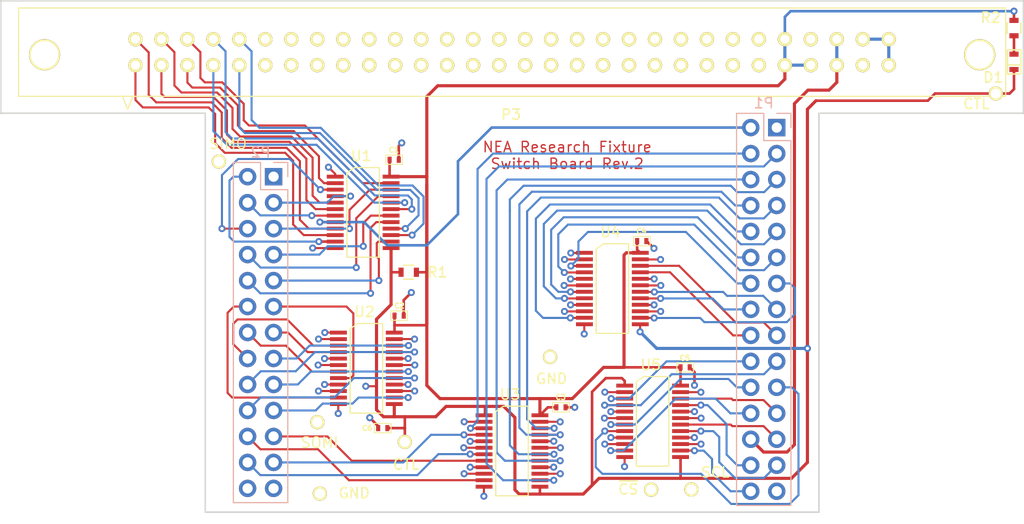
<source format=kicad_pcb>
(kicad_pcb (version 4) (host pcbnew 4.0.1-stable)
  (title_block (title "CSS118, Parking Meter PCB") (date 2016-07-25) (rev 7A) (company "Custom Silicon Solutions, Inc."))
  (layers (0 F.Cu signal hide) (1 In1.Cu signal hide) (2 In2.Cu signal hide) (31 B.Cu signal) (34 B.Paste user) (35 F.Paste user) (36 B.SilkS user) (37 F.SilkS user) (38 B.Mask user) (39 F.Mask user) (44 Edge.Cuts user))
  (net 0 "")
  (net 1 /MID1)
  (net 2 /MID2)
  (net 3 /A1)
  (net 4 /A2)
  (net 5 /B1)
  (net 6 /B2)
  (net 7 /LED1)
  (net 8 GND)
  (net 9 /LED2)
  (net 10 /C1)
  (net 11 /C2)
  (net 12 /D1)
  (net 13 /D2)
  (net 14 /E1)
  (net 15 /E2)
  (net 16 /F1)
  (net 17 /F2)
  (net 18 /G1)
  (net 19 /G2)
  (net 20 /H1)
  (net 21 /H2)
  (net 22 /I1)
  (net 23 /I2)
  (net 24 /J1)
  (net 25 /J2)
  (net 26 /K1)
  (net 27 /K2)
  (net 28 /L1)
  (net 29 /L2)
  (net 30 /M1)
  (net 31 /M2)
  (net 32 /N1)
  (net 33 /N2)
  (net 34 /O1)
  (net 35 /O2)
  (net 36 /P1)
  (net 37 /P2)
  (net 38 /Q1)
  (net 39 /Q2)
  (net 40 /R1)
  (net 41 /R2)
  (net 42 /S1)
  (net 43 /S2)
  (net 44 /T1)
  (net 45 /T2)
  (net 46 /U1)
  (net 47 /U2)
  (net 48 /V1)
  (net 49 /V2)
  (net 50 /SCL)
  (net 51 /3V3)
  (net 52 "Net-(P2-Pad1)")
  (net 53 "Net-(P1-Pad1)")
  (net 54 /MID1_SW)
  (net 55 /MID2_SW)
  (net 56 /A1_SW)
  (net 57 /A2_SW)
  (net 58 /B1_SW)
  (net 59 /B2_SW)
  (net 60 /C1_SW)
  (net 61 /C2_SW)
  (net 62 /D1_SW)
  (net 63 /D2_SW)
  (net 64 /E1_SW)
  (net 65 /E2_SW)
  (net 66 /F1_SW)
  (net 67 /F2_SW)
  (net 68 /G1_SW)
  (net 69 /G2_SW)
  (net 70 /H1_SW)
  (net 71 /H2_SW)
  (net 72 /I1_SW)
  (net 73 /I2_SW)
  (net 74 /J1_SW)
  (net 75 /J2_SW)
  (net 76 /K1_SW)
  (net 77 /K2_SW)
  (net 78 /L1_SW)
  (net 79 /L2_SW)
  (net 80 /M1_SW)
  (net 81 /M2_SW)
  (net 82 /N1_SW)
  (net 83 /N2_SW)
  (net 84 /O1_SW)
  (net 85 /O2_SW)
  (net 86 /P1_SW)
  (net 87 /P2_SW)
  (net 88 /Q1_SW)
  (net 89 /Q2_SW)
  (net 90 /R1_SW)
  (net 91 /R2_SW)
  (net 92 /S1_SW)
  (net 93 /S2_SW)
  (net 94 /T1_SW)
  (net 95 /T2_SW)
  (net 96 /U1_SW)
  (net 97 /U2_SW)
  (net 98 /V1_SW)
  (net 99 /V2_SW)
  (net 100 /LED1_SW)
  (net 101 /LED2_SW)
  (net 102 /SCL_SW)
  (net 103 /5V)
  (net 104 /CTL)
  (net 105 "Net-(D1-Pad1)")
  (net 106 /~CS)
  (net 107 /SOMI)
  (net 108 /SIMO)
  (net 109 /~CS_SW)
  (module footprints_on_Cdrive:QSOP-24 (layer F.Cu) (at -17.2974 -12.8016 270)
    (fp_text reference U1 (at -2.032 -2.54 360) (layer F.SilkS))
    (fp_text value QS4A110)
    (pad 1 smd rect (at 0 0 270) (size 0.381 1.651) (layers F.Cu F.Paste F.Mask) (net 104 /CTL))
    (pad 2 smd rect (at 0.635 0 270) (size 0.381 1.651) (layers F.Cu F.Paste F.Mask) (net 58 /B1_SW))
    (pad 3 smd rect (at 1.27 0 270) (size 0.381 1.651) (layers F.Cu F.Paste F.Mask) (net 5 /B1))
    (pad 4 smd rect (at 1.905 0 270) (size 0.381 1.651) (layers F.Cu F.Paste F.Mask) (net 4 /A2))
    (pad 5 smd rect (at 2.54 0 270) (size 0.381 1.651) (layers F.Cu F.Paste F.Mask) (net 57 /A2_SW))
    (pad 6 smd rect (at 3.175 0 270) (size 0.381 1.651) (layers F.Cu F.Paste F.Mask) (net 56 /A1_SW))
    (pad 7 smd rect (at 3.81 0 270) (size 0.381 1.651) (layers F.Cu F.Paste F.Mask) (net 3 /A1))
    (pad 8 smd rect (at 4.445 0 270) (size 0.381 1.651) (layers F.Cu F.Paste F.Mask) (net 2 /MID2))
    (pad 9 smd rect (at 5.08 0 270) (size 0.381 1.651) (layers F.Cu F.Paste F.Mask) (net 55 /MID2_SW))
    (pad 10 smd rect (at 5.715 0 270) (size 0.381 1.651) (layers F.Cu F.Paste F.Mask) (net 54 /MID1_SW))
    (pad 11 smd rect (at 6.35 0 270) (size 0.381 1.651) (layers F.Cu F.Paste F.Mask) (net 1 /MID1))
    (pad 12 smd rect (at 6.985 0 270) (size 0.381 1.651) (layers F.Cu F.Paste F.Mask) (net 8 GND))
    (pad 13 smd rect (at 6.985 -5.461 270) (size 0.381 1.651) (layers F.Cu F.Paste F.Mask) (net 104 /CTL))
    (pad 14 smd rect (at 6.35 -5.461 270) (size 0.381 1.651) (layers F.Cu F.Paste F.Mask) (net 13 /D2))
    (pad 15 smd rect (at 5.715 -5.461 270) (size 0.381 1.651) (layers F.Cu F.Paste F.Mask) (net 63 /D2_SW))
    (pad 16 smd rect (at 5.08 -5.461 270) (size 0.381 1.651) (layers F.Cu F.Paste F.Mask) (net 62 /D1_SW))
    (pad 17 smd rect (at 4.445 -5.461 270) (size 0.381 1.651) (layers F.Cu F.Paste F.Mask) (net 12 /D1))
    (pad 18 smd rect (at 3.81 -5.461 270) (size 0.381 1.651) (layers F.Cu F.Paste F.Mask) (net 11 /C2))
    (pad 19 smd rect (at 3.175 -5.461 270) (size 0.381 1.651) (layers F.Cu F.Paste F.Mask) (net 61 /C2_SW))
    (pad 20 smd rect (at 2.54 -5.461 270) (size 0.381 1.651) (layers F.Cu F.Paste F.Mask) (net 60 /C1_SW))
    (pad 21 smd rect (at 1.905 -5.461 270) (size 0.381 1.651) (layers F.Cu F.Paste F.Mask) (net 10 /C1))
    (pad 22 smd rect (at 1.27 -5.461 270) (size 0.381 1.651) (layers F.Cu F.Paste F.Mask) (net 6 /B2))
    (pad 23 smd rect (at 0.635 -5.461 270) (size 0.381 1.651) (layers F.Cu F.Paste F.Mask) (net 59 /B2_SW))
    (pad 24 smd rect (at 0 -5.461 270) (size 0.381 1.651) (layers F.Cu F.Paste F.Mask) (net 103 /5V))
  )
  (module footprints_on_Cdrive:HDR_2x30_F_latch (layer F.Cu) (at 0 -24.9746)
    (fp_text reference P3 (at -0.1016 6.1024) (layer F.SilkS))
    (fp_text value CONN_02X30)
    (pad 1 thru_hole circle (at -36.83 1.27) (size 1.397 1.397) (drill 0.889) (layers *.Cu *.Mask F.SilkS) (net 54 /MID1_SW))
    (pad 2 thru_hole circle (at -36.83 -1.27) (size 1.397 1.397) (drill 0.889) (layers *.Cu *.Mask F.SilkS) (net 55 /MID2_SW))
    (pad 3 thru_hole circle (at -34.29 1.27) (size 1.397 1.397) (drill 0.889) (layers *.Cu *.Mask F.SilkS) (net 56 /A1_SW))
    (pad 4 thru_hole circle (at -34.29 -1.27) (size 1.397 1.397) (drill 0.889) (layers *.Cu *.Mask F.SilkS) (net 57 /A2_SW))
    (pad 5 thru_hole circle (at -31.75 1.27) (size 1.397 1.397) (drill 0.889) (layers *.Cu *.Mask F.SilkS) (net 58 /B1_SW))
    (pad 6 thru_hole circle (at -31.75 -1.27) (size 1.397 1.397) (drill 0.889) (layers *.Cu *.Mask F.SilkS) (net 59 /B2_SW))
    (pad 7 thru_hole circle (at -29.21 1.27) (size 1.397 1.397) (drill 0.889) (layers *.Cu *.Mask F.SilkS) (net 60 /C1_SW))
    (pad 8 thru_hole circle (at -29.21 -1.27) (size 1.397 1.397) (drill 0.889) (layers *.Cu *.Mask F.SilkS) (net 61 /C2_SW))
    (pad 9 thru_hole circle (at -26.67 1.27) (size 1.397 1.397) (drill 0.889) (layers *.Cu *.Mask F.SilkS) (net 62 /D1_SW))
    (pad 10 thru_hole circle (at -26.67 -1.27) (size 1.397 1.397) (drill 0.889) (layers *.Cu *.Mask F.SilkS) (net 63 /D2_SW))
    (pad 11 thru_hole circle (at -24.13 1.27) (size 1.397 1.397) (drill 0.889) (layers *.Cu *.Mask F.SilkS) (net 64 /E1_SW))
    (pad 12 thru_hole circle (at -24.13 -1.27) (size 1.397 1.397) (drill 0.889) (layers *.Cu *.Mask F.SilkS) (net 65 /E2_SW))
    (pad 13 thru_hole circle (at -21.59 1.27) (size 1.397 1.397) (drill 0.889) (layers *.Cu *.Mask F.SilkS) (net 66 /F1_SW))
    (pad 14 thru_hole circle (at -21.59 -1.27) (size 1.397 1.397) (drill 0.889) (layers *.Cu *.Mask F.SilkS) (net 67 /F2_SW))
    (pad 15 thru_hole circle (at -19.05 1.27) (size 1.397 1.397) (drill 0.889) (layers *.Cu *.Mask F.SilkS) (net 68 /G1_SW))
    (pad 16 thru_hole circle (at -19.05 -1.27) (size 1.397 1.397) (drill 0.889) (layers *.Cu *.Mask F.SilkS) (net 69 /G2_SW))
    (pad 17 thru_hole circle (at -16.51 1.27) (size 1.397 1.397) (drill 0.889) (layers *.Cu *.Mask F.SilkS) (net 70 /H1_SW))
    (pad 18 thru_hole circle (at -16.51 -1.27) (size 1.397 1.397) (drill 0.889) (layers *.Cu *.Mask F.SilkS) (net 71 /H2_SW))
    (pad 19 thru_hole circle (at -13.97 1.27) (size 1.397 1.397) (drill 0.889) (layers *.Cu *.Mask F.SilkS) (net 72 /I1_SW))
    (pad 20 thru_hole circle (at -13.97 -1.27) (size 1.397 1.397) (drill 0.889) (layers *.Cu *.Mask F.SilkS) (net 73 /I2_SW))
    (pad 21 thru_hole circle (at -11.43 1.27) (size 1.397 1.397) (drill 0.889) (layers *.Cu *.Mask F.SilkS) (net 74 /J1_SW))
    (pad 22 thru_hole circle (at -11.43 -1.27) (size 1.397 1.397) (drill 0.889) (layers *.Cu *.Mask F.SilkS) (net 75 /J2_SW))
    (pad 23 thru_hole circle (at -8.89 1.27) (size 1.397 1.397) (drill 0.889) (layers *.Cu *.Mask F.SilkS) (net 76 /K1_SW))
    (pad 24 thru_hole circle (at -8.89 -1.27) (size 1.397 1.397) (drill 0.889) (layers *.Cu *.Mask F.SilkS) (net 77 /K2_SW))
    (pad 25 thru_hole circle (at -6.35 1.27) (size 1.397 1.397) (drill 0.889) (layers *.Cu *.Mask F.SilkS) (net 78 /L1_SW))
    (pad 26 thru_hole circle (at -6.35 -1.27) (size 1.397 1.397) (drill 0.889) (layers *.Cu *.Mask F.SilkS) (net 79 /L2_SW))
    (pad 27 thru_hole circle (at -3.81 1.27) (size 1.397 1.397) (drill 0.889) (layers *.Cu *.Mask F.SilkS) (net 80 /M1_SW))
    (pad 28 thru_hole circle (at -3.81 -1.27) (size 1.397 1.397) (drill 0.889) (layers *.Cu *.Mask F.SilkS) (net 81 /M2_SW))
    (pad 29 thru_hole circle (at -1.27 1.27) (size 1.397 1.397) (drill 0.889) (layers *.Cu *.Mask F.SilkS) (net 82 /N1_SW))
    (pad 30 thru_hole circle (at -1.27 -1.27) (size 1.397 1.397) (drill 0.889) (layers *.Cu *.Mask F.SilkS) (net 83 /N2_SW))
    (pad 31 thru_hole circle (at 1.27 1.27) (size 1.397 1.397) (drill 0.889) (layers *.Cu *.Mask F.SilkS) (net 84 /O1_SW))
    (pad 32 thru_hole circle (at 1.27 -1.27) (size 1.397 1.397) (drill 0.889) (layers *.Cu *.Mask F.SilkS) (net 85 /O2_SW))
    (pad 33 thru_hole circle (at 3.81 1.27) (size 1.397 1.397) (drill 0.889) (layers *.Cu *.Mask F.SilkS) (net 86 /P1_SW))
    (pad 34 thru_hole circle (at 3.81 -1.27) (size 1.397 1.397) (drill 0.889) (layers *.Cu *.Mask F.SilkS) (net 87 /P2_SW))
    (pad 35 thru_hole circle (at 6.35 1.27) (size 1.397 1.397) (drill 0.889) (layers *.Cu *.Mask F.SilkS) (net 88 /Q1_SW))
    (pad 36 thru_hole circle (at 6.35 -1.27) (size 1.397 1.397) (drill 0.889) (layers *.Cu *.Mask F.SilkS) (net 89 /Q2_SW))
    (pad 37 thru_hole circle (at 8.89 1.27) (size 1.397 1.397) (drill 0.889) (layers *.Cu *.Mask F.SilkS) (net 90 /R1_SW))
    (pad 38 thru_hole circle (at 8.89 -1.27) (size 1.397 1.397) (drill 0.889) (layers *.Cu *.Mask F.SilkS) (net 91 /R2_SW))
    (pad 39 thru_hole circle (at 11.43 1.27) (size 1.397 1.397) (drill 0.889) (layers *.Cu *.Mask F.SilkS) (net 92 /S1_SW))
    (pad 40 thru_hole circle (at 11.43 -1.27) (size 1.397 1.397) (drill 0.889) (layers *.Cu *.Mask F.SilkS) (net 93 /S2_SW))
    (pad 41 thru_hole circle (at 13.97 1.27) (size 1.397 1.397) (drill 0.889) (layers *.Cu *.Mask F.SilkS) (net 94 /T1_SW))
    (pad 42 thru_hole circle (at 13.97 -1.27) (size 1.397 1.397) (drill 0.889) (layers *.Cu *.Mask F.SilkS) (net 95 /T2_SW))
    (pad 43 thru_hole circle (at 16.51 1.27) (size 1.397 1.397) (drill 0.889) (layers *.Cu *.Mask F.SilkS) (net 96 /U1_SW))
    (pad 44 thru_hole circle (at 16.51 -1.27) (size 1.397 1.397) (drill 0.889) (layers *.Cu *.Mask F.SilkS) (net 97 /U2_SW))
    (pad 45 thru_hole circle (at 19.05 1.27) (size 1.397 1.397) (drill 0.889) (layers *.Cu *.Mask F.SilkS) (net 98 /V1_SW))
    (pad 46 thru_hole circle (at 19.05 -1.27) (size 1.397 1.397) (drill 0.889) (layers *.Cu *.Mask F.SilkS) (net 99 /V2_SW))
    (pad 47 thru_hole circle (at 21.59 1.27) (size 1.397 1.397) (drill 0.889) (layers *.Cu *.Mask F.SilkS) (net 100 /LED1_SW))
    (pad 48 thru_hole circle (at 21.59 -1.27) (size 1.397 1.397) (drill 0.889) (layers *.Cu *.Mask F.SilkS) (net 101 /LED2_SW))
    (pad 49 thru_hole circle (at 24.13 1.27) (size 1.397 1.397) (drill 0.889) (layers *.Cu *.Mask F.SilkS) (net 109 /~CS_SW))
    (pad 50 thru_hole circle (at 24.13 -1.27) (size 1.397 1.397) (drill 0.889) (layers *.Cu *.Mask F.SilkS) (net 102 /SCL_SW))
    (pad 51 thru_hole circle (at 26.67 1.27) (size 1.397 1.397) (drill 0.889) (layers *.Cu *.Mask F.SilkS) (net 103 /5V))
    (pad 52 thru_hole circle (at 26.67 -1.27) (size 1.397 1.397) (drill 0.889) (layers *.Cu *.Mask F.SilkS) (net 103 /5V))
    (pad 53 thru_hole circle (at 29.21 1.27) (size 1.397 1.397) (drill 0.889) (layers *.Cu *.Mask F.SilkS) (net 103 /5V))
    (pad 54 thru_hole circle (at 29.21 -1.27) (size 1.397 1.397) (drill 0.889) (layers *.Cu *.Mask F.SilkS) (net 108 /SIMO))
    (pad 55 thru_hole circle (at 31.75 1.27) (size 1.397 1.397) (drill 0.889) (layers *.Cu *.Mask F.SilkS) (net 51 /3V3))
    (pad 56 thru_hole circle (at 31.75 -1.27) (size 1.397 1.397) (drill 0.889) (layers *.Cu *.Mask F.SilkS) (net 51 /3V3))
    (pad 57 thru_hole circle (at 34.29 1.27) (size 1.397 1.397) (drill 0.889) (layers *.Cu *.Mask F.SilkS) (net 107 /SOMI))
    (pad 58 thru_hole circle (at 34.29 -1.27) (size 1.397 1.397) (drill 0.889) (layers *.Cu *.Mask F.SilkS) (net 8 GND))
    (pad 59 thru_hole circle (at 36.83 1.27) (size 1.397 1.397) (drill 0.889) (layers *.Cu *.Mask F.SilkS) (net 8 GND))
    (pad 60 thru_hole circle (at 36.83 -1.27) (size 1.397 1.397) (drill 0.889) (layers *.Cu *.Mask F.SilkS) (net 8 GND))
    (pad 0 thru_hole circle (at 45.72 0.254) (size 3.048 3.048) (drill 2.6924) (layers *.Cu *.Mask F.SilkS))
    (pad 0 thru_hole circle (at -45.72 0.254) (size 3.048 3.048) (drill 2.6924) (layers *.Cu *.Mask F.SilkS))
  )
  (module footprints_on_Cdrive:QSOP-24 (layer F.Cu) (at -16.98244 2.44856 270)
    (fp_text reference U2 (at -2.032 -2.54 360) (layer F.SilkS))
    (fp_text value QS4A110)
    (pad 1 smd rect (at 0 0 270) (size 0.381 1.651) (layers F.Cu F.Paste F.Mask) (net 104 /CTL))
    (pad 2 smd rect (at 0.635 0 270) (size 0.381 1.651) (layers F.Cu F.Paste F.Mask) (net 68 /G1_SW))
    (pad 3 smd rect (at 1.27 0 270) (size 0.381 1.651) (layers F.Cu F.Paste F.Mask) (net 18 /G1))
    (pad 4 smd rect (at 1.905 0 270) (size 0.381 1.651) (layers F.Cu F.Paste F.Mask) (net 17 /F2))
    (pad 5 smd rect (at 2.54 0 270) (size 0.381 1.651) (layers F.Cu F.Paste F.Mask) (net 67 /F2_SW))
    (pad 6 smd rect (at 3.175 0 270) (size 0.381 1.651) (layers F.Cu F.Paste F.Mask) (net 66 /F1_SW))
    (pad 7 smd rect (at 3.81 0 270) (size 0.381 1.651) (layers F.Cu F.Paste F.Mask) (net 16 /F1))
    (pad 8 smd rect (at 4.445 0 270) (size 0.381 1.651) (layers F.Cu F.Paste F.Mask) (net 15 /E2))
    (pad 9 smd rect (at 5.08 0 270) (size 0.381 1.651) (layers F.Cu F.Paste F.Mask) (net 65 /E2_SW))
    (pad 10 smd rect (at 5.715 0 270) (size 0.381 1.651) (layers F.Cu F.Paste F.Mask) (net 64 /E1_SW))
    (pad 11 smd rect (at 6.35 0 270) (size 0.381 1.651) (layers F.Cu F.Paste F.Mask) (net 14 /E1))
    (pad 12 smd rect (at 6.985 0 270) (size 0.381 1.651) (layers F.Cu F.Paste F.Mask) (net 8 GND))
    (pad 13 smd rect (at 6.985 -5.461 270) (size 0.381 1.651) (layers F.Cu F.Paste F.Mask) (net 104 /CTL))
    (pad 14 smd rect (at 6.35 -5.461 270) (size 0.381 1.651) (layers F.Cu F.Paste F.Mask) (net 23 /I2))
    (pad 15 smd rect (at 5.715 -5.461 270) (size 0.381 1.651) (layers F.Cu F.Paste F.Mask) (net 73 /I2_SW))
    (pad 16 smd rect (at 5.08 -5.461 270) (size 0.381 1.651) (layers F.Cu F.Paste F.Mask) (net 72 /I1_SW))
    (pad 17 smd rect (at 4.445 -5.461 270) (size 0.381 1.651) (layers F.Cu F.Paste F.Mask) (net 22 /I1))
    (pad 18 smd rect (at 3.81 -5.461 270) (size 0.381 1.651) (layers F.Cu F.Paste F.Mask) (net 21 /H2))
    (pad 19 smd rect (at 3.175 -5.461 270) (size 0.381 1.651) (layers F.Cu F.Paste F.Mask) (net 71 /H2_SW))
    (pad 20 smd rect (at 2.54 -5.461 270) (size 0.381 1.651) (layers F.Cu F.Paste F.Mask) (net 70 /H1_SW))
    (pad 21 smd rect (at 1.905 -5.461 270) (size 0.381 1.651) (layers F.Cu F.Paste F.Mask) (net 20 /H1))
    (pad 22 smd rect (at 1.27 -5.461 270) (size 0.381 1.651) (layers F.Cu F.Paste F.Mask) (net 19 /G2))
    (pad 23 smd rect (at 0.635 -5.461 270) (size 0.381 1.651) (layers F.Cu F.Paste F.Mask) (net 69 /G2_SW))
    (pad 24 smd rect (at 0 -5.461 270) (size 0.381 1.651) (layers F.Cu F.Paste F.Mask) (net 103 /5V))
  )
  (module footprints_on_Cdrive:QSOP-24 (layer F.Cu) (at -2.7432 10.53084 270)
    (fp_text reference U3 (at -2.032 -2.54 360) (layer F.SilkS))
    (fp_text value QS4A110)
    (pad 1 smd rect (at 0 0 270) (size 0.381 1.651) (layers F.Cu F.Paste F.Mask) (net 104 /CTL))
    (pad 2 smd rect (at 0.635 0 270) (size 0.381 1.651) (layers F.Cu F.Paste F.Mask) (net 78 /L1_SW))
    (pad 3 smd rect (at 1.27 0 270) (size 0.381 1.651) (layers F.Cu F.Paste F.Mask) (net 28 /L1))
    (pad 4 smd rect (at 1.905 0 270) (size 0.381 1.651) (layers F.Cu F.Paste F.Mask) (net 27 /K2))
    (pad 5 smd rect (at 2.54 0 270) (size 0.381 1.651) (layers F.Cu F.Paste F.Mask) (net 77 /K2_SW))
    (pad 6 smd rect (at 3.175 0 270) (size 0.381 1.651) (layers F.Cu F.Paste F.Mask) (net 76 /K1_SW))
    (pad 7 smd rect (at 3.81 0 270) (size 0.381 1.651) (layers F.Cu F.Paste F.Mask) (net 26 /K1))
    (pad 8 smd rect (at 4.445 0 270) (size 0.381 1.651) (layers F.Cu F.Paste F.Mask) (net 25 /J2))
    (pad 9 smd rect (at 5.08 0 270) (size 0.381 1.651) (layers F.Cu F.Paste F.Mask) (net 75 /J2_SW))
    (pad 10 smd rect (at 5.715 0 270) (size 0.381 1.651) (layers F.Cu F.Paste F.Mask) (net 74 /J1_SW))
    (pad 11 smd rect (at 6.35 0 270) (size 0.381 1.651) (layers F.Cu F.Paste F.Mask) (net 24 /J1))
    (pad 12 smd rect (at 6.985 0 270) (size 0.381 1.651) (layers F.Cu F.Paste F.Mask) (net 8 GND))
    (pad 13 smd rect (at 6.985 -5.461 270) (size 0.381 1.651) (layers F.Cu F.Paste F.Mask) (net 104 /CTL))
    (pad 14 smd rect (at 6.35 -5.461 270) (size 0.381 1.651) (layers F.Cu F.Paste F.Mask) (net 29 /L2))
    (pad 15 smd rect (at 5.715 -5.461 270) (size 0.381 1.651) (layers F.Cu F.Paste F.Mask) (net 79 /L2_SW))
    (pad 16 smd rect (at 5.08 -5.461 270) (size 0.381 1.651) (layers F.Cu F.Paste F.Mask) (net 80 /M1_SW))
    (pad 17 smd rect (at 4.445 -5.461 270) (size 0.381 1.651) (layers F.Cu F.Paste F.Mask) (net 30 /M1))
    (pad 18 smd rect (at 3.81 -5.461 270) (size 0.381 1.651) (layers F.Cu F.Paste F.Mask) (net 31 /M2))
    (pad 19 smd rect (at 3.175 -5.461 270) (size 0.381 1.651) (layers F.Cu F.Paste F.Mask) (net 81 /M2_SW))
    (pad 20 smd rect (at 2.54 -5.461 270) (size 0.381 1.651) (layers F.Cu F.Paste F.Mask) (net 82 /N1_SW))
    (pad 21 smd rect (at 1.905 -5.461 270) (size 0.381 1.651) (layers F.Cu F.Paste F.Mask) (net 32 /N1))
    (pad 22 smd rect (at 1.27 -5.461 270) (size 0.381 1.651) (layers F.Cu F.Paste F.Mask) (net 33 /N2))
    (pad 23 smd rect (at 0.635 -5.461 270) (size 0.381 1.651) (layers F.Cu F.Paste F.Mask) (net 83 /N2_SW))
    (pad 24 smd rect (at 0 -5.461 270) (size 0.381 1.651) (layers F.Cu F.Paste F.Mask) (net 103 /5V))
  )
  (module footprints_on_Cdrive:QSOP-24 (layer F.Cu) (at 7.07136 -5.35432 270)
    (fp_text reference U4 (at -2.032 -2.54 360) (layer F.SilkS))
    (fp_text value QS4A110)
    (pad 1 smd rect (at 0 0 270) (size 0.381 1.651) (layers F.Cu F.Paste F.Mask) (net 104 /CTL))
    (pad 2 smd rect (at 0.635 0 270) (size 0.381 1.651) (layers F.Cu F.Paste F.Mask) (net 88 /Q1_SW))
    (pad 3 smd rect (at 1.27 0 270) (size 0.381 1.651) (layers F.Cu F.Paste F.Mask) (net 38 /Q1))
    (pad 4 smd rect (at 1.905 0 270) (size 0.381 1.651) (layers F.Cu F.Paste F.Mask) (net 37 /P2))
    (pad 5 smd rect (at 2.54 0 270) (size 0.381 1.651) (layers F.Cu F.Paste F.Mask) (net 87 /P2_SW))
    (pad 6 smd rect (at 3.175 0 270) (size 0.381 1.651) (layers F.Cu F.Paste F.Mask) (net 86 /P1_SW))
    (pad 7 smd rect (at 3.81 0 270) (size 0.381 1.651) (layers F.Cu F.Paste F.Mask) (net 36 /P1))
    (pad 8 smd rect (at 4.445 0 270) (size 0.381 1.651) (layers F.Cu F.Paste F.Mask) (net 35 /O2))
    (pad 9 smd rect (at 5.08 0 270) (size 0.381 1.651) (layers F.Cu F.Paste F.Mask) (net 85 /O2_SW))
    (pad 10 smd rect (at 5.715 0 270) (size 0.381 1.651) (layers F.Cu F.Paste F.Mask) (net 84 /O1_SW))
    (pad 11 smd rect (at 6.35 0 270) (size 0.381 1.651) (layers F.Cu F.Paste F.Mask) (net 34 /O1))
    (pad 12 smd rect (at 6.985 0 270) (size 0.381 1.651) (layers F.Cu F.Paste F.Mask) (net 8 GND))
    (pad 13 smd rect (at 6.985 -5.461 270) (size 0.381 1.651) (layers F.Cu F.Paste F.Mask) (net 104 /CTL))
    (pad 14 smd rect (at 6.35 -5.461 270) (size 0.381 1.651) (layers F.Cu F.Paste F.Mask) (net 39 /Q2))
    (pad 15 smd rect (at 5.715 -5.461 270) (size 0.381 1.651) (layers F.Cu F.Paste F.Mask) (net 89 /Q2_SW))
    (pad 16 smd rect (at 5.08 -5.461 270) (size 0.381 1.651) (layers F.Cu F.Paste F.Mask) (net 90 /R1_SW))
    (pad 17 smd rect (at 4.445 -5.461 270) (size 0.381 1.651) (layers F.Cu F.Paste F.Mask) (net 40 /R1))
    (pad 18 smd rect (at 3.81 -5.461 270) (size 0.381 1.651) (layers F.Cu F.Paste F.Mask) (net 41 /R2))
    (pad 19 smd rect (at 3.175 -5.461 270) (size 0.381 1.651) (layers F.Cu F.Paste F.Mask) (net 91 /R2_SW))
    (pad 20 smd rect (at 2.54 -5.461 270) (size 0.381 1.651) (layers F.Cu F.Paste F.Mask) (net 92 /S1_SW))
    (pad 21 smd rect (at 1.905 -5.461 270) (size 0.381 1.651) (layers F.Cu F.Paste F.Mask) (net 42 /S1))
    (pad 22 smd rect (at 1.27 -5.461 270) (size 0.381 1.651) (layers F.Cu F.Paste F.Mask) (net 43 /S2))
    (pad 23 smd rect (at 0.635 -5.461 270) (size 0.381 1.651) (layers F.Cu F.Paste F.Mask) (net 93 /S2_SW))
    (pad 24 smd rect (at 0 -5.461 270) (size 0.381 1.651) (layers F.Cu F.Paste F.Mask) (net 103 /5V))
  )
  (module footprints_on_Cdrive:QSOP-24 (layer F.Cu) (at 11.00836 7.63016 270)
    (fp_text reference U5 (at -2.032 -2.54 360) (layer F.SilkS))
    (fp_text value QS4A110)
    (pad 1 smd rect (at 0 0 270) (size 0.381 1.651) (layers F.Cu F.Paste F.Mask) (net 104 /CTL))
    (pad 2 smd rect (at 0.635 0 270) (size 0.381 1.651) (layers F.Cu F.Paste F.Mask) (net 94 /T1_SW))
    (pad 3 smd rect (at 1.27 0 270) (size 0.381 1.651) (layers F.Cu F.Paste F.Mask) (net 44 /T1))
    (pad 4 smd rect (at 1.905 0 270) (size 0.381 1.651) (layers F.Cu F.Paste F.Mask) (net 45 /T2))
    (pad 5 smd rect (at 2.54 0 270) (size 0.381 1.651) (layers F.Cu F.Paste F.Mask) (net 95 /T2_SW))
    (pad 6 smd rect (at 3.175 0 270) (size 0.381 1.651) (layers F.Cu F.Paste F.Mask) (net 96 /U1_SW))
    (pad 7 smd rect (at 3.81 0 270) (size 0.381 1.651) (layers F.Cu F.Paste F.Mask) (net 46 /U1))
    (pad 8 smd rect (at 4.445 0 270) (size 0.381 1.651) (layers F.Cu F.Paste F.Mask) (net 47 /U2))
    (pad 9 smd rect (at 5.08 0 270) (size 0.381 1.651) (layers F.Cu F.Paste F.Mask) (net 97 /U2_SW))
    (pad 10 smd rect (at 5.715 0 270) (size 0.381 1.651) (layers F.Cu F.Paste F.Mask) (net 98 /V1_SW))
    (pad 11 smd rect (at 6.35 0 270) (size 0.381 1.651) (layers F.Cu F.Paste F.Mask) (net 48 /V1))
    (pad 12 smd rect (at 6.985 0 270) (size 0.381 1.651) (layers F.Cu F.Paste F.Mask) (net 8 GND))
    (pad 13 smd rect (at 6.985 -5.461 270) (size 0.381 1.651) (layers F.Cu F.Paste F.Mask) (net 104 /CTL))
    (pad 14 smd rect (at 6.35 -5.461 270) (size 0.381 1.651) (layers F.Cu F.Paste F.Mask) (net 50 /SCL))
    (pad 15 smd rect (at 5.715 -5.461 270) (size 0.381 1.651) (layers F.Cu F.Paste F.Mask) (net 102 /SCL_SW))
    (pad 16 smd rect (at 5.08 -5.461 270) (size 0.381 1.651) (layers F.Cu F.Paste F.Mask) (net 109 /~CS_SW))
    (pad 17 smd rect (at 4.445 -5.461 270) (size 0.381 1.651) (layers F.Cu F.Paste F.Mask) (net 106 /~CS))
    (pad 18 smd rect (at 3.81 -5.461 270) (size 0.381 1.651) (layers F.Cu F.Paste F.Mask) (net 9 /LED2))
    (pad 19 smd rect (at 3.175 -5.461 270) (size 0.381 1.651) (layers F.Cu F.Paste F.Mask) (net 101 /LED2_SW))
    (pad 20 smd rect (at 2.54 -5.461 270) (size 0.381 1.651) (layers F.Cu F.Paste F.Mask) (net 100 /LED1_SW))
    (pad 21 smd rect (at 1.905 -5.461 270) (size 0.381 1.651) (layers F.Cu F.Paste F.Mask) (net 7 /LED1))
    (pad 22 smd rect (at 1.27 -5.461 270) (size 0.381 1.651) (layers F.Cu F.Paste F.Mask) (net 49 /V2))
    (pad 23 smd rect (at 0.635 -5.461 270) (size 0.381 1.651) (layers F.Cu F.Paste F.Mask) (net 99 /V2_SW))
    (pad 24 smd rect (at 0 -5.461 270) (size 0.381 1.651) (layers F.Cu F.Paste F.Mask) (net 103 /5V))
  )
  (module footprints_on_Cdrive:0402 (layer F.Cu) (at -11.5316 -14.4526 180)
    (fp_text reference C1 (at 0.0254 0.9652 180) (layer F.SilkS) (effects (font (size 0.5 0.5) (thickness 0.125))))
    (fp_text value 0.1uF)
    (pad 1 smd rect (at 0.45 0 180) (size 0.4 0.6) (layers F.Cu F.Paste F.Mask) (net 103 /5V))
    (pad 2 smd rect (at -0.45 0 180) (size 0.4 0.6) (layers F.Cu F.Paste F.Mask) (net 8 GND))
  )
  (module footprints_on_Cdrive:0402 (layer F.Cu) (at -11.049 0.7874 180)
    (fp_text reference C2 (at -0.0254 0.9652 180) (layer F.SilkS) (effects (font (size 0.5 0.5) (thickness 0.125))))
    (fp_text value 0.1uF)
    (pad 1 smd rect (at 0.45 0 180) (size 0.4 0.6) (layers F.Cu F.Paste F.Mask) (net 103 /5V))
    (pad 2 smd rect (at -0.45 0 180) (size 0.4 0.6) (layers F.Cu F.Paste F.Mask) (net 8 GND))
  )
  (module footprints_on_Cdrive:0402 (layer F.Cu) (at 4.7752 9.7536 180)
    (fp_text reference C3 (at 0.0254 0.9906 180) (layer F.SilkS) (effects (font (size 0.5 0.5) (thickness 0.125))))
    (fp_text value 0.1uF)
    (pad 1 smd rect (at 0.45 0 180) (size 0.4 0.6) (layers F.Cu F.Paste F.Mask) (net 103 /5V))
    (pad 2 smd rect (at -0.45 0 180) (size 0.4 0.6) (layers F.Cu F.Paste F.Mask) (net 8 GND))
  )
  (module footprints_on_Cdrive:0402 (layer F.Cu) (at 12.6746 -6.5024 180)
    (fp_text reference C4 (at 0.0254 0.9652 180) (layer F.SilkS) (effects (font (size 0.5 0.5) (thickness 0.125))))
    (fp_text value 0.1uF)
    (pad 1 smd rect (at 0.45 0 180) (size 0.4 0.6) (layers F.Cu F.Paste F.Mask) (net 103 /5V))
    (pad 2 smd rect (at -0.45 0 180) (size 0.4 0.6) (layers F.Cu F.Paste F.Mask) (net 8 GND))
  )
  (module footprints_on_Cdrive:0402 (layer F.Cu) (at 16.9164 5.842 180)
    (fp_text reference C5 (at 0.0254 0.9144 180) (layer F.SilkS) (effects (font (size 0.5 0.5) (thickness 0.125))))
    (fp_text value 0.1uF)
    (pad 1 smd rect (at 0.45 0 180) (size 0.4 0.6) (layers F.Cu F.Paste F.Mask) (net 103 /5V))
    (pad 2 smd rect (at -0.45 0 180) (size 0.4 0.6) (layers F.Cu F.Paste F.Mask) (net 8 GND))
  )
  (module footprints_on_Cdrive:Pin_Header_Straight_2x15_Pitch2.54mm (layer B.Cu) (at 24.605 0.18 180)
    (fp_text reference P1 (at 0 20.17 180) (layer B.SilkS) (effects (justify mirror)))
    (fp_text value CONN_02X15)
    (pad 1 thru_hole rect (at -1.27 17.78 180) (size 1.7 1.7) (drill 1) (layers *.Cu *.Mask) (net 53 "Net-(P1-Pad1)"))
    (pad 2 thru_hole oval (at 1.27 17.78 180) (size 1.7 1.7) (drill 1) (layers *.Cu *.Mask) (net 2 /MID2))
    (pad 3 thru_hole oval (at -1.27 15.24 180) (size 1.7 1.7) (drill 1) (layers *.Cu *.Mask) (net 29 /L2))
    (pad 4 thru_hole oval (at 1.27 15.24 180) (size 1.7 1.7) (drill 1) (layers *.Cu *.Mask) (net 28 /L1))
    (pad 5 thru_hole oval (at -1.27 12.7 180) (size 1.7 1.7) (drill 1) (layers *.Cu *.Mask) (net 31 /M2))
    (pad 6 thru_hole oval (at 1.27 12.7 180) (size 1.7 1.7) (drill 1) (layers *.Cu *.Mask) (net 30 /M1))
    (pad 7 thru_hole oval (at -1.27 10.16 180) (size 1.7 1.7) (drill 1) (layers *.Cu *.Mask) (net 33 /N2))
    (pad 8 thru_hole oval (at 1.27 10.16 180) (size 1.7 1.7) (drill 1) (layers *.Cu *.Mask) (net 32 /N1))
    (pad 9 thru_hole oval (at -1.27 7.62 180) (size 1.7 1.7) (drill 1) (layers *.Cu *.Mask) (net 35 /O2))
    (pad 10 thru_hole oval (at 1.27 7.62 180) (size 1.7 1.7) (drill 1) (layers *.Cu *.Mask) (net 34 /O1))
    (pad 11 thru_hole oval (at -1.27 5.08 180) (size 1.7 1.7) (drill 1) (layers *.Cu *.Mask) (net 37 /P2))
    (pad 12 thru_hole oval (at 1.27 5.08 180) (size 1.7 1.7) (drill 1) (layers *.Cu *.Mask) (net 36 /P1))
    (pad 13 thru_hole oval (at -1.27 2.54 180) (size 1.7 1.7) (drill 1) (layers *.Cu *.Mask) (net 39 /Q2))
    (pad 14 thru_hole oval (at 1.27 2.54 180) (size 1.7 1.7) (drill 1) (layers *.Cu *.Mask) (net 38 /Q1))
    (pad 15 thru_hole oval (at -1.27 0 180) (size 1.7 1.7) (drill 1) (layers *.Cu *.Mask) (net 41 /R2))
    (pad 16 thru_hole oval (at 1.27 0 180) (size 1.7 1.7) (drill 1) (layers *.Cu *.Mask) (net 40 /R1))
    (pad 17 thru_hole oval (at -1.27 -2.54 180) (size 1.7 1.7) (drill 1) (layers *.Cu *.Mask) (net 43 /S2))
    (pad 18 thru_hole oval (at 1.27 -2.54 180) (size 1.7 1.7) (drill 1) (layers *.Cu *.Mask) (net 42 /S1))
    (pad 19 thru_hole oval (at -1.27 -5.08 180) (size 1.7 1.7) (drill 1) (layers *.Cu *.Mask) (net 45 /T2))
    (pad 20 thru_hole oval (at 1.27 -5.08 180) (size 1.7 1.7) (drill 1) (layers *.Cu *.Mask) (net 44 /T1))
    (pad 21 thru_hole oval (at -1.27 -7.62 180) (size 1.7 1.7) (drill 1) (layers *.Cu *.Mask) (net 47 /U2))
    (pad 22 thru_hole oval (at 1.27 -7.62 180) (size 1.7 1.7) (drill 1) (layers *.Cu *.Mask) (net 46 /U1))
    (pad 23 thru_hole oval (at -1.27 -10.16 180) (size 1.7 1.7) (drill 1) (layers *.Cu *.Mask) (net 49 /V2))
    (pad 24 thru_hole oval (at 1.27 -10.16 180) (size 1.7 1.7) (drill 1) (layers *.Cu *.Mask) (net 48 /V1))
    (pad 25 thru_hole oval (at -1.27 -12.7 180) (size 1.7 1.7) (drill 1) (layers *.Cu *.Mask) (net 9 /LED2))
    (pad 26 thru_hole oval (at 1.27 -12.7 180) (size 1.7 1.7) (drill 1) (layers *.Cu *.Mask) (net 51 /3V3))
    (pad 27 thru_hole oval (at -1.27 -15.24 180) (size 1.7 1.7) (drill 1) (layers *.Cu *.Mask) (net 106 /~CS))
    (pad 28 thru_hole oval (at 1.27 -15.24 180) (size 1.7 1.7) (drill 1) (layers *.Cu *.Mask) (net 7 /LED1))
    (pad 29 thru_hole oval (at -1.27 -17.78 180) (size 1.7 1.7) (drill 1) (layers *.Cu *.Mask) (net 8 GND))
    (pad 30 thru_hole oval (at 1.27 -17.78 180) (size 1.7 1.7) (drill 1) (layers *.Cu *.Mask) (net 50 /SCL))
  )
  (module footprints_on_Cdrive:Pin_Header_Straight_2x13_Pitch2.54mm (layer B.Cu) (at -24.595 2.44 180)
    (fp_text reference P2 (at 0 17.63 180) (layer B.SilkS) (effects (justify mirror)))
    (fp_text value CONN_02X13)
    (pad 1 thru_hole rect (at -1.27 15.24 180) (size 1.7 1.7) (drill 1) (layers *.Cu *.Mask) (net 52 "Net-(P2-Pad1)"))
    (pad 2 thru_hole oval (at 1.27 15.24 180) (size 1.7 1.7) (drill 1) (layers *.Cu *.Mask) (net 1 /MID1))
    (pad 3 thru_hole oval (at -1.27 12.7 180) (size 1.7 1.7) (drill 1) (layers *.Cu *.Mask) (net 4 /A2))
    (pad 4 thru_hole oval (at 1.27 12.7 180) (size 1.7 1.7) (drill 1) (layers *.Cu *.Mask) (net 3 /A1))
    (pad 5 thru_hole oval (at -1.27 10.16 180) (size 1.7 1.7) (drill 1) (layers *.Cu *.Mask) (net 6 /B2))
    (pad 6 thru_hole oval (at 1.27 10.16 180) (size 1.7 1.7) (drill 1) (layers *.Cu *.Mask) (net 5 /B1))
    (pad 7 thru_hole oval (at -1.27 7.62 180) (size 1.7 1.7) (drill 1) (layers *.Cu *.Mask) (net 11 /C2))
    (pad 8 thru_hole oval (at 1.27 7.62 180) (size 1.7 1.7) (drill 1) (layers *.Cu *.Mask) (net 10 /C1))
    (pad 9 thru_hole oval (at -1.27 5.08 180) (size 1.7 1.7) (drill 1) (layers *.Cu *.Mask) (net 13 /D2))
    (pad 10 thru_hole oval (at 1.27 5.08 180) (size 1.7 1.7) (drill 1) (layers *.Cu *.Mask) (net 12 /D1))
    (pad 11 thru_hole oval (at -1.27 2.54 180) (size 1.7 1.7) (drill 1) (layers *.Cu *.Mask) (net 15 /E2))
    (pad 12 thru_hole oval (at 1.27 2.54 180) (size 1.7 1.7) (drill 1) (layers *.Cu *.Mask) (net 14 /E1))
    (pad 13 thru_hole oval (at -1.27 0 180) (size 1.7 1.7) (drill 1) (layers *.Cu *.Mask) (net 17 /F2))
    (pad 14 thru_hole oval (at 1.27 0 180) (size 1.7 1.7) (drill 1) (layers *.Cu *.Mask) (net 16 /F1))
    (pad 15 thru_hole oval (at -1.27 -2.54 180) (size 1.7 1.7) (drill 1) (layers *.Cu *.Mask) (net 19 /G2))
    (pad 16 thru_hole oval (at 1.27 -2.54 180) (size 1.7 1.7) (drill 1) (layers *.Cu *.Mask) (net 18 /G1))
    (pad 17 thru_hole oval (at -1.27 -5.08 180) (size 1.7 1.7) (drill 1) (layers *.Cu *.Mask) (net 21 /H2))
    (pad 18 thru_hole oval (at 1.27 -5.08 180) (size 1.7 1.7) (drill 1) (layers *.Cu *.Mask) (net 20 /H1))
    (pad 19 thru_hole oval (at -1.27 -7.62 180) (size 1.7 1.7) (drill 1) (layers *.Cu *.Mask) (net 23 /I2))
    (pad 20 thru_hole oval (at 1.27 -7.62 180) (size 1.7 1.7) (drill 1) (layers *.Cu *.Mask) (net 22 /I1))
    (pad 21 thru_hole oval (at -1.27 -10.16 180) (size 1.7 1.7) (drill 1) (layers *.Cu *.Mask) (net 25 /J2))
    (pad 22 thru_hole oval (at 1.27 -10.16 180) (size 1.7 1.7) (drill 1) (layers *.Cu *.Mask) (net 24 /J1))
    (pad 23 thru_hole oval (at -1.27 -12.7 180) (size 1.7 1.7) (drill 1) (layers *.Cu *.Mask) (net 27 /K2))
    (pad 24 thru_hole oval (at 1.27 -12.7 180) (size 1.7 1.7) (drill 1) (layers *.Cu *.Mask) (net 26 /K1))
    (pad 25 thru_hole oval (at -1.27 -15.24 180) (size 1.7 1.7) (drill 1) (layers *.Cu *.Mask) (net 107 /SOMI))
    (pad 26 thru_hole oval (at 1.27 -15.24 180) (size 1.7 1.7) (drill 1) (layers *.Cu *.Mask) (net 108 /SIMO))
  )
  (module footprints_on_Cdrive:0402 (layer F.Cu) (at -12.6492 11.7856)
    (fp_text reference C6 (at -1.524 0) (layer F.SilkS) (effects (font (size 0.5 0.5) (thickness 0.125))))
    (fp_text value 0.1uF)
    (pad 1 smd rect (at 0.45 0) (size 0.4 0.6) (layers F.Cu F.Paste F.Mask) (net 104 /CTL))
    (pad 2 smd rect (at -0.45 0) (size 0.4 0.6) (layers F.Cu F.Paste F.Mask) (net 8 GND))
  )
  (module footprints_on_Cdrive:Header_Pin_Rnd (layer F.Cu) (at 13.589 17.8054)
    (fp_text reference TP8 hide)
    (fp_text value header_pin)
    (pad 1 thru_hole circle (at 0 0) (size 1.397 1.397) (drill 1.016) (layers *.Cu *.Mask F.SilkS) (net 109 /~CS_SW))
  )
  (module footprints_on_Cdrive:Header_Pin_Rnd (layer F.Cu) (at 17.526 17.78)
    (fp_text reference TP7 hide)
    (fp_text value header_pin)
    (pad 1 thru_hole circle (at 0 0) (size 1.397 1.397) (drill 1.016) (layers *.Cu *.Mask F.SilkS) (net 102 /SCL_SW))
  )
  (module footprints_on_Cdrive:Header_Pin_Rnd (layer F.Cu) (at -10.4902 13.1318)
    (fp_text reference TP3 hide)
    (fp_text value header_pin)
    (pad 1 thru_hole circle (at 0 0) (size 1.397 1.397) (drill 1.016) (layers *.Cu *.Mask F.SilkS) (net 104 /CTL))
  )
  (module footprints_on_Cdrive:Header_Pin_Rnd (layer F.Cu) (at -18.796 18.1864)
    (fp_text reference TP2 hide)
    (fp_text value header_pin)
    (pad 1 thru_hole circle (at 0 0) (size 1.397 1.397) (drill 1.016) (layers *.Cu *.Mask F.SilkS) (net 8 GND))
  )
  (module footprints_on_Cdrive:Header_Pin_Rnd (layer F.Cu) (at 3.7084 4.826)
    (fp_text reference TP1 hide)
    (fp_text value header_pin)
    (pad 1 thru_hole circle (at 0 0) (size 1.397 1.397) (drill 1.016) (layers *.Cu *.Mask F.SilkS) (net 8 GND))
  )
  (module footprints_on_Cdrive:Header_Pin_Rnd (layer F.Cu) (at 47.2948 -20.9296)
    (fp_text reference TP4 hide)
    (fp_text value header_pin)
    (pad 1 thru_hole circle (at 0 0) (size 1.397 1.397) (drill 1.016) (layers *.Cu *.Mask F.SilkS) (net 104 /CTL))
  )
  (module footprints:0603-D (layer F.Cu) (at 49.0728 -24.0284 270)
    (fp_text reference D1 (at 1.524 2.032 360) (layer F.SilkS))
    (fp_text value LED_SMT hide)
    (pad 1 smd rect (at -0.75 0 270) (size 0.5 0.9) (layers F.Cu F.Paste F.Mask) (net 105 "Net-(D1-Pad1)"))
    (pad 2 smd rect (at 0.75 0 270) (size 0.5 0.9) (layers F.Cu F.Paste F.Mask) (net 104 /CTL))
  )
  (module footprints_on_Cdrive:0603 (layer F.Cu) (at -10.1092 -3.4544 180)
    (fp_text reference R1 (at -2.794 0 180) (layer F.SilkS))
    (fp_text value 10k hide)
    (pad 1 smd rect (at -0.75 0 180) (size 0.5 0.9) (layers F.Cu F.Paste F.Mask) (net 103 /5V))
    (pad 2 smd rect (at 0.75 0 180) (size 0.5 0.9) (layers F.Cu F.Paste F.Mask) (net 104 /CTL))
  )
  (module footprints_on_Cdrive:0603 (layer F.Cu) (at 49.0728 -27.3304 270)
    (fp_text reference R2 (at -1.016 2.286 540) (layer F.SilkS))
    (fp_text value 182 hide)
    (pad 1 smd rect (at -0.75 0 270) (size 0.5 0.9) (layers F.Cu F.Paste F.Mask) (net 103 /5V))
    (pad 2 smd rect (at 0.75 0 270) (size 0.5 0.9) (layers F.Cu F.Paste F.Mask) (net 105 "Net-(D1-Pad1)"))
  )
  (module footprints_on_Cdrive:Header_Pin_Rnd (layer F.Cu) (at -28.6766 -14.2748)
    (fp_text reference TP5 hide)
    (fp_text value header_pin)
    (pad 1 thru_hole circle (at 0 0) (size 1.397 1.397) (drill 1.016) (layers *.Cu *.Mask F.SilkS) (net 108 /SIMO))
  )
  (module footprints_on_Cdrive:Header_Pin_Rnd (layer F.Cu) (at -19.05 11.2014)
    (fp_text reference TP6 hide)
    (fp_text value header_pin)
    (pad 1 thru_hole circle (at 0 0) (size 1.397 1.397) (drill 1.016) (layers *.Cu *.Mask F.SilkS) (net 107 /SOMI))
  )
  (gr_text SOMI (at -18.8214 13.208) (layer F.SilkS) (effects (font (size 1.016 1.016) (thickness 0.127))))
  (gr_text SIMO (at -27.7749 -16.0147) (layer F.SilkS) (effects (font (size 1.016 1.016) (thickness 0.127))))
  (gr_text "NEA Research Fixture\nSwitch Board Rev.2" (at 5.3848 -14.8844) (layer F.Cu) (effects (font (size 1.016 1.0174) (thickness 0.127))))
  (gr_text GND (at -15.4432 18.1356) (layer F.SilkS) (effects (font (size 1 1))))
  (gr_text GND (at 3.8608 6.9596) (layer F.SilkS) (effects (font (size 1 1))))
  (gr_text CTL (at 45.3898 -19.9136) (layer F.SilkS) (effects (font (size 1 1))))
  (gr_text CTL (at -10.3632 15.3416) (layer F.SilkS) (effects (font (size 1 1))))
  (gr_text SCL (at 19.8628 16.1036) (layer F.SilkS) (effects (font (size 1 1))))
  (gr_text ~CS (at 11.3538 17.7673) (layer F.SilkS) (effects (font (size 1 1))))
  (gr_line (start 50 -30) (end -50 -30) (angle 90) (layer Edge.Cuts) (width 0.15))
  (gr_line (start 50 -19) (end 50 -30) (angle 90) (layer Edge.Cuts) (width 0.15))
  (gr_line (start -50 -19) (end -50 -30) (angle 90) (layer Edge.Cuts) (width 0.15))
  (gr_line (start 30 -19) (end 50 -19) (angle 90) (layer Edge.Cuts) (width 0.15))
  (gr_line (start -50 -19) (end -30 -19) (angle 90) (layer Edge.Cuts) (width 0.15))
  (gr_line (start -30 -19) (end -30 20) (angle 90) (layer Edge.Cuts) (width 0.15))
  (gr_line (start 30 20) (end 30 -19) (angle 90) (layer Edge.Cuts) (width 0.15))
  (gr_line (start -30 20) (end 30 20) (angle 90) (layer Edge.Cuts) (width 0.15))
  (segment (start -18.8976 -6.4516) (end -27.178 -6.4516) (width 0.2032) (layer B.Cu) (net 1))
  (segment (start -27.2558 -12.8) (end -27.6352 -12.4206) (width 0.2032) (layer B.Cu) (net 1))
  (segment (start -27.6352 -12.4206) (end -27.6352 -6.9088) (width 0.2032) (layer B.Cu) (net 1))
  (segment (start -27.6352 -6.9088) (end -27.178 -6.4516) (width 0.2032) (layer B.Cu) (net 1))
  (segment (start -27.2558 -12.8) (end -25.865 -12.8) (width 0.2032) (layer B.Cu) (net 1))
  (segment (start -17.2974 -6.4516) (end -18.8976 -6.4516) (width 0.254) (layer F.Cu) (net 1))
  (segment (start -18.8976 -6.4516) (end -18.8468 -6.4516) (width 0.1524) (layer B.Cu) (net 1))
  (via (at -18.8976 -6.4516) (size 0.6858) (drill 0.3302) (layers F.Cu B.Cu) (net 1))
  (segment (start 23.335 -17.6) (end -1.99864 -17.6) (width 0.254) (layer B.Cu) (net 2))
  (via (at -18.796 -8.3566) (size 0.6858) (drill 0.3302) (layers F.Cu B.Cu) (net 2))
  (segment (start -18.796 -8.3566) (end -17.2974 -8.3566) (width 0.2032) (layer F.Cu) (net 2))
  (segment (start -14.478 -8.3566) (end -18.796 -8.3566) (width 0.254) (layer B.Cu) (net 2))
  (segment (start -12.21232 -6.09092) (end -14.478 -8.3566) (width 0.254) (layer B.Cu) (net 2))
  (segment (start -8.33628 -6.09092) (end -12.21232 -6.09092) (width 0.254) (layer B.Cu) (net 2))
  (segment (start -5.29336 -9.13384) (end -8.33628 -6.09092) (width 0.254) (layer B.Cu) (net 2))
  (segment (start -5.29336 -14.30528) (end -5.29336 -9.13384) (width 0.254) (layer B.Cu) (net 2))
  (segment (start -1.99864 -17.6) (end -5.29336 -14.30528) (width 0.254) (layer B.Cu) (net 2))
  (segment (start -24.622 -9.017) (end -19.6088 -9.017) (width 0.2032) (layer B.Cu) (net 3))
  (via (at -19.5834 -8.9916) (size 0.6858) (drill 0.3302) (layers F.Cu B.Cu) (net 3))
  (segment (start -25.865 -10.26) (end -24.622 -9.017) (width 0.2032) (layer B.Cu) (net 3))
  (segment (start -19.5834 -8.9916) (end -17.2974 -8.9916) (width 0.2032) (layer F.Cu) (net 3))
  (segment (start -19.6088 -9.017) (end -19.5834 -8.9916) (width 0.2032) (layer B.Cu) (net 3))
  (segment (start -23.325 -10.26) (end -18.061 -10.26) (width 0.2032) (layer B.Cu) (net 4))
  (via (at -15.7988 -10.8966) (size 0.6858) (drill 0.3302) (layers F.Cu B.Cu) (net 4))
  (segment (start -15.7988 -10.8966) (end -17.2974 -10.8966) (width 0.2032) (layer F.Cu) (net 4))
  (segment (start -17.4244 -10.8966) (end -15.7988 -10.8966) (width 0.2032) (layer B.Cu) (net 4))
  (segment (start -18.061 -10.26) (end -17.4244 -10.8966) (width 0.2032) (layer B.Cu) (net 4))
  (segment (start -25.865 -7.72) (end -28.3702 -7.72) (width 0.2032) (layer F.Cu) (net 5))
  (via (at -18.7452 -11.5316) (size 0.6858) (drill 0.3302) (layers F.Cu B.Cu) (net 5))
  (segment (start -18.7452 -11.5316) (end -17.2974 -11.5316) (width 0.2032) (layer F.Cu) (net 5))
  (segment (start -21.7424 -14.5288) (end -18.7452 -11.5316) (width 0.2032) (layer B.Cu) (net 5))
  (segment (start -26.797 -14.5288) (end -21.7424 -14.5288) (width 0.2032) (layer B.Cu) (net 5))
  (segment (start -28.3718 -12.954) (end -26.797 -14.5288) (width 0.2032) (layer B.Cu) (net 5))
  (segment (start -28.3718 -7.7216) (end -28.3718 -12.954) (width 0.2032) (layer B.Cu) (net 5))
  (via (at -28.3718 -7.7216) (size 0.6858) (drill 0.3302) (layers F.Cu B.Cu) (net 5))
  (segment (start -28.3702 -7.72) (end -28.3718 -7.7216) (width 0.2032) (layer F.Cu) (net 5))
  (segment (start -23.325 -7.72) (end -15.902 -7.72) (width 0.2032) (layer B.Cu) (net 6))
  (via (at -15.9004 -7.7216) (size 0.6858) (drill 0.3302) (layers F.Cu B.Cu) (net 6))
  (segment (start -15.902 -7.72) (end -15.9004 -7.7216) (width 0.2032) (layer B.Cu) (net 6))
  (segment (start -11.8364 -11.5316) (end -13.9192 -11.5316) (width 0.2032) (layer F.Cu) (net 6))
  (segment (start -15.9004 -9.5504) (end -15.9004 -7.7216) (width 0.2032) (layer F.Cu) (net 6))
  (segment (start -13.9192 -11.5316) (end -15.9004 -9.5504) (width 0.2032) (layer F.Cu) (net 6))
  (via (at 18.45564 9.54024) (size 0.6858) (drill 0.3302) (layers F.Cu B.Cu) (net 7))
  (segment (start 18.45564 9.54024) (end 16.4592 9.54024) (width 0.2032) (layer F.Cu) (net 7))
  (segment (start 19.11096 9.54024) (end 18.45564 9.54024) (width 0.2032) (layer B.Cu) (net 7))
  (segment (start 20.97024 11.39952) (end 19.11096 9.54024) (width 0.2032) (layer B.Cu) (net 7))
  (segment (start 20.97024 14.3764) (end 20.97024 11.39952) (width 0.2032) (layer B.Cu) (net 7))
  (segment (start 23.335 15.42) (end 22.01384 15.42) (width 0.2032) (layer B.Cu) (net 7))
  (segment (start 22.01384 15.42) (end 20.97024 14.3764) (width 0.2032) (layer B.Cu) (net 7))
  (segment (start -13.0992 11.7856) (end -13.0992 11.5896) (width 0.254) (layer F.Cu) (net 8))
  (segment (start -13.0992 11.5896) (end -13.9192 10.7696) (width 0.254) (layer F.Cu) (net 8))
  (via (at -13.9192 10.7696) (size 0.6858) (drill 0.3302) (layers F.Cu B.Cu) (net 8))
  (segment (start 17.3664 5.842) (end 17.8308 6.3064) (width 0.254) (layer F.Cu) (net 8))
  (via (at 17.8308 7.5946) (size 0.6858) (drill 0.3302) (layers F.Cu B.Cu) (net 8))
  (segment (start 17.8308 6.3064) (end 17.8308 7.5946) (width 0.254) (layer F.Cu) (net 8))
  (segment (start 13.1246 -6.5024) (end 13.1572 -6.5024) (width 0.254) (layer F.Cu) (net 8))
  (segment (start 13.1572 -6.5024) (end 13.8684 -5.7912) (width 0.254) (layer F.Cu) (net 8))
  (via (at 13.8684 -5.7912) (size 0.6858) (drill 0.3302) (layers F.Cu B.Cu) (net 8))
  (segment (start 5.2252 9.7536) (end 6.1214 9.7536) (width 0.254) (layer F.Cu) (net 8))
  (via (at 6.1214 9.7536) (size 0.6858) (drill 0.3302) (layers F.Cu B.Cu) (net 8))
  (segment (start -10.599 0.7874) (end -10.599 -0.7294) (width 0.254) (layer F.Cu) (net 8))
  (via (at -9.8552 -1.4732) (size 0.6858) (drill 0.3302) (layers F.Cu B.Cu) (net 8))
  (segment (start -10.599 -0.7294) (end -9.8552 -1.4732) (width 0.254) (layer F.Cu) (net 8))
  (segment (start -11.0816 -14.4526) (end -11.0816 -15.817) (width 0.254) (layer F.Cu) (net 8))
  (segment (start -10.795 -16.1036) (end -10.795 -16.0782) (width 0.254) (layer B.Cu) (net 8))
  (via (at -10.795 -16.1036) (size 0.6858) (drill 0.3302) (layers F.Cu B.Cu) (net 8))
  (segment (start -11.0816 -15.817) (end -10.795 -16.1036) (width 0.254) (layer F.Cu) (net 8))
  (segment (start 34.29 -26.2446) (end 36.83 -26.2446) (width 0.3048) (layer B.Cu) (net 8))
  (segment (start 36.83 -26.2446) (end 36.83 -23.7046) (width 0.3048) (layer B.Cu) (net 8))
  (via (at 7.05104 2.57556) (size 0.6858) (drill 0.3302) (layers F.Cu B.Cu) (net 8))
  (via (at 10.99312 15.54988) (size 0.6858) (drill 0.3302) (layers F.Cu B.Cu) (net 8))
  (via (at -2.76352 18.44548) (size 0.6858) (drill 0.3302) (layers F.Cu B.Cu) (net 8))
  (segment (start -19.49704 -5.8166) (end -19.50212 -5.82168) (width 0.2032) (layer F.Cu) (net 8))
  (via (at -19.50212 -5.82168) (size 0.6858) (drill 0.3302) (layers F.Cu B.Cu) (net 8))
  (segment (start -17.2974 -5.8166) (end -19.49704 -5.8166) (width 0.2032) (layer F.Cu) (net 8))
  (via (at -17.00276 10.35812) (size 0.6858) (drill 0.3302) (layers F.Cu B.Cu) (net 8))
  (segment (start 10.9982 14.62024) (end 10.9982 15.5448) (width 0.2032) (layer F.Cu) (net 8))
  (segment (start 7.05612 1.64592) (end 7.05612 2.57048) (width 0.2032) (layer F.Cu) (net 8))
  (segment (start -16.99768 9.42848) (end -16.99768 10.35304) (width 0.2032) (layer F.Cu) (net 8))
  (segment (start -2.75844 17.51584) (end -2.75844 18.4404) (width 0.2032) (layer F.Cu) (net 8))
  (segment (start 25.875 12.88) (end 24.58756 11.59256) (width 0.2032) (layer F.Cu) (net 9))
  (segment (start 21.37664 11.44016) (end 16.46936 11.44016) (width 0.2032) (layer F.Cu) (net 9))
  (segment (start 21.52904 11.59256) (end 21.37664 11.44016) (width 0.2032) (layer F.Cu) (net 9))
  (segment (start 24.58756 11.59256) (end 21.52904 11.59256) (width 0.2032) (layer F.Cu) (net 9))
  (segment (start -15.24 -3.9116) (end -24.5966 -3.9116) (width 0.2032) (layer B.Cu) (net 10))
  (segment (start -24.5966 -3.9116) (end -25.865 -5.18) (width 0.2032) (layer B.Cu) (net 10))
  (via (at -15.24 -3.9116) (size 0.6858) (drill 0.3302) (layers F.Cu B.Cu) (net 10))
  (segment (start -15.24 -3.9116) (end -15.24 -8.7376) (width 0.2032) (layer F.Cu) (net 10))
  (segment (start -13.081 -10.8966) (end -15.24 -8.7376) (width 0.2032) (layer F.Cu) (net 10))
  (segment (start -13.081 -10.8966) (end -11.8364 -10.8966) (width 0.2032) (layer F.Cu) (net 10))
  (segment (start -23.325 -5.18) (end -18.8484 -5.18) (width 0.2032) (layer B.Cu) (net 11))
  (via (at -14.5542 -5.9944) (size 0.6858) (drill 0.3302) (layers F.Cu B.Cu) (net 11))
  (segment (start -18.034 -5.9944) (end -14.5542 -5.9944) (width 0.2032) (layer B.Cu) (net 11))
  (segment (start -18.8484 -5.18) (end -18.034 -5.9944) (width 0.2032) (layer B.Cu) (net 11))
  (segment (start -11.8364 -8.9916) (end -13.8176 -8.9916) (width 0.2032) (layer F.Cu) (net 11))
  (segment (start -14.5542 -8.255) (end -14.5542 -5.9944) (width 0.2032) (layer F.Cu) (net 11))
  (segment (start -13.8176 -8.9916) (end -14.5542 -8.255) (width 0.2032) (layer F.Cu) (net 11))
  (segment (start -13.843 -1.397) (end -24.622 -1.397) (width 0.2032) (layer B.Cu) (net 12))
  (segment (start -24.622 -1.397) (end -25.865 -2.64) (width 0.2032) (layer B.Cu) (net 12))
  (via (at -13.843 -1.397) (size 0.6858) (drill 0.3302) (layers F.Cu B.Cu) (net 12))
  (segment (start -11.8364 -8.3566) (end -13.2842 -8.3566) (width 0.2032) (layer F.Cu) (net 12))
  (segment (start -13.843 -7.7978) (end -13.843 -1.397) (width 0.2032) (layer F.Cu) (net 12))
  (segment (start -13.2842 -8.3566) (end -13.843 -7.7978) (width 0.2032) (layer F.Cu) (net 12))
  (segment (start -23.325 -2.64) (end -13.0318 -2.64) (width 0.2032) (layer B.Cu) (net 13))
  (via (at -13.0302 -2.6416) (size 0.6858) (drill 0.3302) (layers F.Cu B.Cu) (net 13))
  (segment (start -13.0318 -2.64) (end -13.0302 -2.6416) (width 0.2032) (layer B.Cu) (net 13))
  (segment (start -11.8364 -6.4516) (end -13.081 -6.4516) (width 0.2032) (layer F.Cu) (net 13))
  (segment (start -13.0302 -4.7752) (end -13.0302 -2.6416) (width 0.2032) (layer F.Cu) (net 13))
  (segment (start -13.2334 -4.9784) (end -13.0302 -4.7752) (width 0.2032) (layer F.Cu) (net 13))
  (segment (start -13.2334 -6.2992) (end -13.2334 -4.9784) (width 0.2032) (layer F.Cu) (net 13))
  (segment (start -13.081 -6.4516) (end -13.2334 -6.2992) (width 0.2032) (layer F.Cu) (net 13))
  (segment (start -16.98244 8.79856) (end -27.36596 8.79856) (width 0.2032) (layer F.Cu) (net 14))
  (segment (start -27.21516 -0.1) (end -25.865 -0.1) (width 0.2032) (layer F.Cu) (net 14))
  (segment (start -27.82316 0.508) (end -27.21516 -0.1) (width 0.2032) (layer F.Cu) (net 14))
  (segment (start -27.82316 8.34136) (end -27.82316 0.508) (width 0.2032) (layer F.Cu) (net 14))
  (segment (start -27.36596 8.79856) (end -27.82316 8.34136) (width 0.2032) (layer F.Cu) (net 14))
  (segment (start -23.325 -0.1) (end -23.1742 0.0508) (width 0.1524) (layer B.Cu) (net 15))
  (segment (start -23.325 -0.1) (end -16.19852 -0.1) (width 0.2032) (layer F.Cu) (net 15))
  (segment (start -15.77848 6.89356) (end -16.98244 6.89356) (width 0.2032) (layer F.Cu) (net 15))
  (segment (start -15.52448 6.63956) (end -15.77848 6.89356) (width 0.2032) (layer F.Cu) (net 15))
  (segment (start -15.52448 0.57404) (end -15.52448 6.63956) (width 0.2032) (layer F.Cu) (net 15))
  (segment (start -16.19852 -0.1) (end -15.52448 0.57404) (width 0.2032) (layer F.Cu) (net 15))
  (segment (start -25.865 2.44) (end -24.58136 3.72364) (width 0.2032) (layer F.Cu) (net 16))
  (segment (start -19.57324 6.25856) (end -16.98244 6.25856) (width 0.2032) (layer F.Cu) (net 16))
  (segment (start -22.10816 3.72364) (end -19.57324 6.25856) (width 0.2032) (layer F.Cu) (net 16))
  (segment (start -24.58136 3.72364) (end -22.10816 3.72364) (width 0.2032) (layer F.Cu) (net 16))
  (segment (start -23.325 2.44) (end -21.91352 2.44) (width 0.2032) (layer F.Cu) (net 17))
  (segment (start -19.99996 4.35356) (end -16.98244 4.35356) (width 0.2032) (layer F.Cu) (net 17))
  (segment (start -21.91352 2.44) (end -19.99996 4.35356) (width 0.2032) (layer F.Cu) (net 17))
  (segment (start -25.865 4.98) (end -27.26944 3.57556) (width 0.2032) (layer F.Cu) (net 18))
  (segment (start -19.44116 3.71856) (end -16.98244 3.71856) (width 0.2032) (layer F.Cu) (net 18))
  (segment (start -22.00148 1.15824) (end -19.44116 3.71856) (width 0.2032) (layer F.Cu) (net 18))
  (segment (start -26.84272 1.15824) (end -22.00148 1.15824) (width 0.2032) (layer F.Cu) (net 18))
  (segment (start -27.26944 1.58496) (end -26.84272 1.15824) (width 0.2032) (layer F.Cu) (net 18))
  (segment (start -27.26944 3.57556) (end -27.26944 1.58496) (width 0.2032) (layer F.Cu) (net 18))
  (segment (start -23.325 4.98) (end -21.06836 4.98) (width 0.2032) (layer B.Cu) (net 19))
  (segment (start -19.80184 3.71348) (end -10.12952 3.71348) (width 0.2032) (layer B.Cu) (net 19))
  (segment (start -21.06836 4.98) (end -19.80184 3.71348) (width 0.2032) (layer B.Cu) (net 19))
  (via (at -10.12952 3.71348) (size 0.6858) (drill 0.3302) (layers F.Cu B.Cu) (net 19))
  (segment (start -10.12952 3.71348) (end -10.12952 3.71856) (width 0.2032) (layer B.Cu) (net 19))
  (segment (start -11.53668 3.71348) (end -10.12952 3.71348) (width 0.2032) (layer F.Cu) (net 19))
  (segment (start -25.865 7.52) (end -24.57308 6.22808) (width 0.2032) (layer B.Cu) (net 20))
  (segment (start -9.54024 4.34848) (end -11.53668 4.34848) (width 0.2032) (layer F.Cu) (net 20))
  (via (at -9.54024 4.34848) (size 0.6858) (drill 0.3302) (layers F.Cu B.Cu) (net 20))
  (segment (start -19.2786 4.34848) (end -9.54024 4.34848) (width 0.2032) (layer B.Cu) (net 20))
  (segment (start -21.1582 6.22808) (end -19.2786 4.34848) (width 0.2032) (layer B.Cu) (net 20))
  (segment (start -24.57308 6.22808) (end -21.1582 6.22808) (width 0.2032) (layer B.Cu) (net 20))
  (segment (start -23.325 7.52) (end -20.9566 7.52) (width 0.2032) (layer B.Cu) (net 21))
  (segment (start -10.14476 6.25348) (end -11.53668 6.25348) (width 0.2032) (layer F.Cu) (net 21))
  (via (at -10.14476 6.25348) (size 0.6858) (drill 0.3302) (layers F.Cu B.Cu) (net 21))
  (segment (start -19.69008 6.25348) (end -10.14476 6.25348) (width 0.2032) (layer B.Cu) (net 21))
  (segment (start -20.9566 7.52) (end -19.69008 6.25348) (width 0.2032) (layer B.Cu) (net 21))
  (segment (start -25.865 10.06) (end -24.58324 8.77824) (width 0.2032) (layer B.Cu) (net 22))
  (segment (start -9.54024 6.88848) (end -11.53668 6.88848) (width 0.2032) (layer F.Cu) (net 22))
  (via (at -9.54024 6.88848) (size 0.6858) (drill 0.3302) (layers F.Cu B.Cu) (net 22))
  (segment (start -15.4686 6.88848) (end -9.54024 6.88848) (width 0.2032) (layer B.Cu) (net 22))
  (segment (start -17.35836 8.77824) (end -15.4686 6.88848) (width 0.2032) (layer B.Cu) (net 22))
  (segment (start -24.58324 8.77824) (end -17.35836 8.77824) (width 0.2032) (layer B.Cu) (net 22))
  (segment (start -23.325 10.06) (end -19.204 10.06) (width 0.2032) (layer B.Cu) (net 23))
  (segment (start -10.17016 8.79348) (end -11.53668 8.79348) (width 0.2032) (layer F.Cu) (net 23))
  (via (at -10.16508 8.79856) (size 0.6858) (drill 0.3302) (layers F.Cu B.Cu) (net 23))
  (segment (start -10.17016 8.79348) (end -10.16508 8.79856) (width 0.2032) (layer F.Cu) (net 23))
  (segment (start -15.01648 8.79856) (end -10.16508 8.79856) (width 0.2032) (layer B.Cu) (net 23))
  (segment (start -15.60576 9.38784) (end -15.01648 8.79856) (width 0.2032) (layer B.Cu) (net 23))
  (segment (start -18.53184 9.38784) (end -15.60576 9.38784) (width 0.2032) (layer B.Cu) (net 23))
  (segment (start -19.204 10.06) (end -18.53184 9.38784) (width 0.2032) (layer B.Cu) (net 23))
  (segment (start -25.865 12.6) (end -24.61184 13.85316) (width 0.2032) (layer F.Cu) (net 24))
  (segment (start -15.95628 16.88084) (end -2.7432 16.88084) (width 0.2032) (layer F.Cu) (net 24))
  (segment (start -18.98396 13.85316) (end -15.95628 16.88084) (width 0.2032) (layer F.Cu) (net 24))
  (segment (start -24.61184 13.85316) (end -18.98396 13.85316) (width 0.2032) (layer F.Cu) (net 24))
  (segment (start -15.68704 14.97584) (end -2.7432 14.97584) (width 0.2032) (layer F.Cu) (net 25))
  (segment (start -23.325 12.6) (end -18.06288 12.6) (width 0.2032) (layer F.Cu) (net 25))
  (segment (start -18.06288 12.6) (end -15.68704 14.97584) (width 0.2032) (layer F.Cu) (net 25))
  (segment (start -25.865 15.14) (end -24.622 16.383) (width 0.2032) (layer B.Cu) (net 26))
  (segment (start -4.09448 14.34084) (end -4.10464 14.33068) (width 0.2032) (layer F.Cu) (net 26))
  (via (at -4.10464 14.33068) (size 0.6858) (drill 0.3302) (layers F.Cu B.Cu) (net 26))
  (segment (start -4.09448 14.34084) (end -2.75844 14.34084) (width 0.2032) (layer F.Cu) (net 26))
  (segment (start -7.20852 14.33068) (end -4.10464 14.33068) (width 0.2032) (layer B.Cu) (net 26))
  (segment (start -9.26084 16.383) (end -7.20852 14.33068) (width 0.2032) (layer B.Cu) (net 26))
  (segment (start -24.622 16.383) (end -9.26084 16.383) (width 0.2032) (layer B.Cu) (net 26))
  (segment (start -23.325 15.14) (end -10.62896 15.14) (width 0.2032) (layer B.Cu) (net 27))
  (segment (start -7.92988 12.44092) (end -4.70916 12.44092) (width 0.2032) (layer B.Cu) (net 27))
  (segment (start -10.62896 15.14) (end -7.92988 12.44092) (width 0.2032) (layer B.Cu) (net 27))
  (segment (start -2.75844 12.43584) (end -4.70408 12.43584) (width 0.2032) (layer F.Cu) (net 27))
  (segment (start -4.70916 12.44092) (end -4.70916 12.43584) (width 0.2032) (layer B.Cu) (net 27))
  (via (at -4.70916 12.44092) (size 0.6858) (drill 0.3302) (layers F.Cu B.Cu) (net 27))
  (segment (start -4.70408 12.43584) (end -4.70916 12.44092) (width 0.2032) (layer F.Cu) (net 27))
  (segment (start 23.335 -15.06) (end -1.86656 -15.06) (width 0.2032) (layer B.Cu) (net 28))
  (segment (start -3.3782 11.10996) (end -4.06908 11.80084) (width 0.2032) (layer B.Cu) (net 28))
  (segment (start -3.3782 -13.54836) (end -3.3782 11.10996) (width 0.2032) (layer B.Cu) (net 28))
  (segment (start -1.86656 -15.06) (end -3.3782 -13.54836) (width 0.2032) (layer B.Cu) (net 28))
  (segment (start -2.75844 11.80084) (end -4.06908 11.80084) (width 0.2032) (layer F.Cu) (net 28))
  (segment (start -4.06908 11.80084) (end -4.09956 11.83132) (width 0.2032) (layer B.Cu) (net 28))
  (via (at -4.06908 11.80084) (size 0.6858) (drill 0.3302) (layers F.Cu B.Cu) (net 28))
  (segment (start 25.875 -15.06) (end 24.61228 -13.79728) (width 0.2032) (layer B.Cu) (net 29))
  (segment (start 4.06908 16.88084) (end 4.07416 16.88592) (width 0.2032) (layer F.Cu) (net 29))
  (via (at 4.07416 16.88592) (size 0.6858) (drill 0.3302) (layers F.Cu B.Cu) (net 29))
  (segment (start 4.06908 16.88084) (end 2.70256 16.88084) (width 0.2032) (layer F.Cu) (net 29))
  (segment (start -0.87376 16.88592) (end 4.07416 16.88592) (width 0.2032) (layer B.Cu) (net 29))
  (segment (start -2.50444 15.25524) (end -0.87376 16.88592) (width 0.2032) (layer B.Cu) (net 29))
  (segment (start -2.50444 -12.57808) (end -2.50444 15.25524) (width 0.2032) (layer B.Cu) (net 29))
  (segment (start -1.28524 -13.79728) (end -2.50444 -12.57808) (width 0.2032) (layer B.Cu) (net 29))
  (segment (start 24.61228 -13.79728) (end -1.28524 -13.79728) (width 0.2032) (layer B.Cu) (net 29))
  (segment (start 23.335 -12.52) (end -0.4594 -12.52) (width 0.2032) (layer B.Cu) (net 30))
  (via (at 4.699 14.97584) (size 0.6858) (drill 0.3302) (layers F.Cu B.Cu) (net 30))
  (segment (start 4.699 14.97584) (end 2.70256 14.97584) (width 0.2032) (layer F.Cu) (net 30))
  (segment (start -0.7112 14.97584) (end 4.699 14.97584) (width 0.2032) (layer B.Cu) (net 30))
  (segment (start -1.51892 14.16812) (end -0.7112 14.97584) (width 0.2032) (layer B.Cu) (net 30))
  (segment (start -1.51892 -11.46048) (end -1.51892 14.16812) (width 0.2032) (layer B.Cu) (net 30))
  (segment (start -0.4594 -12.52) (end -1.51892 -11.46048) (width 0.2032) (layer B.Cu) (net 30))
  (segment (start 25.875 -12.52) (end 24.64276 -11.28776) (width 0.2032) (layer B.Cu) (net 31))
  (segment (start -0.22352 -9.47928) (end -0.22352 13.47724) (width 0.2032) (layer B.Cu) (net 31))
  (segment (start -0.22352 13.47724) (end 0.64008 14.34084) (width 0.2032) (layer B.Cu) (net 31))
  (segment (start 0.64008 14.34084) (end 4.09448 14.34084) (width 0.2032) (layer B.Cu) (net 31))
  (segment (start 4.09448 14.34084) (end 2.70256 14.34084) (width 0.2032) (layer F.Cu) (net 31))
  (via (at 4.09448 14.34084) (size 0.6858) (drill 0.3302) (layers F.Cu B.Cu) (net 31))
  (segment (start -0.22352 -10.57148) (end -0.22352 -9.47928) (width 0.2032) (layer B.Cu) (net 31))
  (segment (start 1.1176 -11.9126) (end -0.22352 -10.57148) (width 0.2032) (layer B.Cu) (net 31))
  (segment (start 21.38172 -11.9126) (end 1.1176 -11.9126) (width 0.2032) (layer B.Cu) (net 31))
  (segment (start 22.00656 -11.28776) (end 21.38172 -11.9126) (width 0.2032) (layer B.Cu) (net 31))
  (segment (start 24.64276 -11.28776) (end 22.00656 -11.28776) (width 0.2032) (layer B.Cu) (net 31))
  (segment (start 1.94056 -11.3284) (end 0.7112 -10.09904) (width 0.2032) (layer B.Cu) (net 32))
  (segment (start 0.7112 11.75512) (end 0.7112 -10.09904) (width 0.2032) (layer B.Cu) (net 32))
  (segment (start 21.81572 -9.98) (end 20.46732 -11.3284) (width 0.2032) (layer B.Cu) (net 32))
  (segment (start 20.46732 -11.3284) (end 1.94056 -11.3284) (width 0.2032) (layer B.Cu) (net 32))
  (via (at 4.699 12.43584) (size 0.6858) (drill 0.3302) (layers F.Cu B.Cu) (net 32))
  (segment (start 2.70256 12.43584) (end 4.699 12.43584) (width 0.2032) (layer F.Cu) (net 32))
  (segment (start 1.39192 12.43584) (end 4.699 12.43584) (width 0.2032) (layer B.Cu) (net 32))
  (segment (start 0.7112 11.75512) (end 1.39192 12.43584) (width 0.2032) (layer B.Cu) (net 32))
  (segment (start 21.81572 -9.98) (end 23.335 -9.98) (width 0.2032) (layer B.Cu) (net 32))
  (segment (start 2.35204 11.80084) (end 1.46812 10.91692) (width 0.2032) (layer B.Cu) (net 33))
  (segment (start 24.61736 -8.72236) (end 22.24532 -8.72236) (width 0.2032) (layer B.Cu) (net 33))
  (segment (start 22.24532 -8.72236) (end 20.20824 -10.75944) (width 0.2032) (layer B.Cu) (net 33))
  (segment (start 25.875 -9.98) (end 24.61736 -8.72236) (width 0.2032) (layer B.Cu) (net 33))
  (segment (start 2.37236 11.80084) (end 4.10972 11.80084) (width 0.2032) (layer B.Cu) (net 33))
  (segment (start 2.35204 11.80084) (end 2.37236 11.80084) (width 0.2032) (layer B.Cu) (net 33))
  (segment (start 2.81432 -10.75944) (end 1.46812 -9.41324) (width 0.2032) (layer B.Cu) (net 33))
  (segment (start 20.20824 -10.75944) (end 2.81432 -10.75944) (width 0.2032) (layer B.Cu) (net 33))
  (segment (start 1.46812 10.91692) (end 1.46812 -9.41324) (width 0.2032) (layer B.Cu) (net 33))
  (segment (start 2.70256 11.80084) (end 4.10972 11.80084) (width 0.2032) (layer F.Cu) (net 33))
  (via (at 4.10972 11.80084) (size 0.6858) (drill 0.3302) (layers F.Cu B.Cu) (net 33))
  (segment (start 4.10972 11.80084) (end 4.10972 11.80592) (width 0.2032) (layer B.Cu) (net 33))
  (segment (start 3.70332 -10.07872) (end 2.32156 -8.69696) (width 0.2032) (layer B.Cu) (net 34))
  (segment (start 2.32156 -8.69696) (end 2.32156 0.3048) (width 0.2032) (layer B.Cu) (net 34))
  (segment (start 22.00368 -7.44) (end 19.36496 -10.07872) (width 0.2032) (layer B.Cu) (net 34))
  (segment (start 19.36496 -10.07872) (end 3.70332 -10.07872) (width 0.2032) (layer B.Cu) (net 34))
  (segment (start 7.05612 1.01092) (end 5.69468 1.01092) (width 0.2032) (layer F.Cu) (net 34))
  (via (at 5.69468 1.01092) (size 0.6858) (drill 0.3302) (layers F.Cu B.Cu) (net 34))
  (segment (start 3.02768 1.01092) (end 5.69468 1.01092) (width 0.2032) (layer B.Cu) (net 34))
  (segment (start 2.32156 0.3048) (end 3.02768 1.01092) (width 0.2032) (layer B.Cu) (net 34))
  (segment (start 22.00368 -7.44) (end 23.335 -7.44) (width 0.2032) (layer B.Cu) (net 34))
  (segment (start 3.0988 -8.17372) (end 3.0988 -2.0828) (width 0.2032) (layer B.Cu) (net 35))
  (segment (start 24.62752 -6.19252) (end 22.36724 -6.19252) (width 0.2032) (layer B.Cu) (net 35))
  (segment (start 22.36724 -6.19252) (end 19.0754 -9.48436) (width 0.2032) (layer B.Cu) (net 35))
  (segment (start 19.0754 -9.48436) (end 4.40944 -9.48436) (width 0.2032) (layer B.Cu) (net 35))
  (segment (start 4.40944 -9.48436) (end 3.0988 -8.17372) (width 0.2032) (layer B.Cu) (net 35))
  (segment (start 7.05612 -0.89408) (end 5.12572 -0.89408) (width 0.2032) (layer F.Cu) (net 35))
  (via (at 5.12064 -0.89916) (size 0.6858) (drill 0.3302) (layers F.Cu B.Cu) (net 35))
  (segment (start 5.12572 -0.89408) (end 5.12064 -0.89916) (width 0.2032) (layer F.Cu) (net 35))
  (segment (start 4.28244 -0.89916) (end 5.12064 -0.89916) (width 0.2032) (layer B.Cu) (net 35))
  (segment (start 3.0988 -2.0828) (end 4.28244 -0.89916) (width 0.2032) (layer B.Cu) (net 35))
  (segment (start 24.62752 -6.19252) (end 25.875 -7.44) (width 0.2032) (layer B.Cu) (net 35))
  (segment (start 3.82016 -7.60984) (end 3.82016 -2.24536) (width 0.2032) (layer B.Cu) (net 36))
  (segment (start 22.06464 -4.9) (end 18.1356 -8.82904) (width 0.2032) (layer B.Cu) (net 36))
  (segment (start 18.1356 -8.82904) (end 5.03936 -8.82904) (width 0.2032) (layer B.Cu) (net 36))
  (segment (start 5.03936 -8.82904) (end 3.82016 -7.60984) (width 0.2032) (layer B.Cu) (net 36))
  (segment (start 7.05612 -1.52908) (end 5.72008 -1.52908) (width 0.2032) (layer F.Cu) (net 36))
  (via (at 5.70992 -1.53924) (size 0.6858) (drill 0.3302) (layers F.Cu B.Cu) (net 36))
  (segment (start 5.72008 -1.52908) (end 5.70992 -1.53924) (width 0.2032) (layer F.Cu) (net 36))
  (segment (start 4.52628 -1.53924) (end 5.70992 -1.53924) (width 0.2032) (layer B.Cu) (net 36))
  (segment (start 3.82016 -2.24536) (end 4.52628 -1.53924) (width 0.2032) (layer B.Cu) (net 36))
  (segment (start 22.06464 -4.9) (end 23.335 -4.9) (width 0.2032) (layer B.Cu) (net 36))
  (segment (start 4.516122 -7.167882) (end 4.516122 -4.018278) (width 0.2032) (layer B.Cu) (net 37))
  (segment (start 25.875 -4.9) (end 24.6326 -3.6576) (width 0.2032) (layer B.Cu) (net 37))
  (segment (start 4.516122 -4.018278) (end 5.1054 -3.429) (width 0.2032) (layer B.Cu) (net 37))
  (segment (start 5.461 -8.11276) (end 4.516122 -7.167882) (width 0.2032) (layer B.Cu) (net 37))
  (segment (start 17.81048 -8.11276) (end 5.461 -8.11276) (width 0.2032) (layer B.Cu) (net 37))
  (segment (start 22.26564 -3.6576) (end 17.81048 -8.11276) (width 0.2032) (layer B.Cu) (net 37))
  (segment (start 24.6326 -3.6576) (end 22.26564 -3.6576) (width 0.2032) (layer B.Cu) (net 37))
  (segment (start 5.11048 -3.43408) (end 5.1054 -3.429) (width 0.2032) (layer F.Cu) (net 37))
  (via (at 5.1054 -3.429) (size 0.6858) (drill 0.3302) (layers F.Cu B.Cu) (net 37))
  (segment (start 5.1054 -3.429) (end 5.1054 -3.43408) (width 0.2032) (layer B.Cu) (net 37))
  (segment (start 7.05612 -3.43408) (end 5.11048 -3.43408) (width 0.2032) (layer F.Cu) (net 37))
  (segment (start 23.335 -2.36) (end 22.024 -2.36) (width 0.2032) (layer B.Cu) (net 38))
  (segment (start 6.48208 -4.80568) (end 5.74548 -4.06908) (width 0.2032) (layer B.Cu) (net 38))
  (segment (start 6.48208 -6.46176) (end 6.48208 -4.80568) (width 0.2032) (layer B.Cu) (net 38))
  (segment (start 7.4168 -7.39648) (end 6.48208 -6.46176) (width 0.2032) (layer B.Cu) (net 38))
  (segment (start 16.98752 -7.39648) (end 7.4168 -7.39648) (width 0.2032) (layer B.Cu) (net 38))
  (segment (start 22.024 -2.36) (end 16.98752 -7.39648) (width 0.2032) (layer B.Cu) (net 38))
  (via (at 5.74548 -4.06908) (size 0.6858) (drill 0.3302) (layers F.Cu B.Cu) (net 38))
  (segment (start 5.74548 -4.06908) (end 5.715 -4.0386) (width 0.2032) (layer B.Cu) (net 38))
  (segment (start 7.05612 -4.06908) (end 5.74548 -4.06908) (width 0.2032) (layer F.Cu) (net 38))
  (segment (start 18.38452 1.016) (end 18.79092 1.4224) (width 0.2032) (layer B.Cu) (net 39))
  (segment (start 18.38452 1.016) (end 13.88872 1.016) (width 0.2032) (layer B.Cu) (net 39))
  (segment (start 13.88364 1.01092) (end 13.88872 1.016) (width 0.2032) (layer F.Cu) (net 39))
  (via (at 13.88872 1.016) (size 0.6858) (drill 0.3302) (layers F.Cu B.Cu) (net 39))
  (segment (start 12.51712 1.01092) (end 13.88364 1.01092) (width 0.2032) (layer F.Cu) (net 39))
  (segment (start 26.85796 1.4224) (end 27.6606 0.61976) (width 0.2032) (layer B.Cu) (net 39))
  (segment (start 18.79092 1.4224) (end 26.85796 1.4224) (width 0.2032) (layer B.Cu) (net 39))
  (segment (start 25.875 -2.36) (end 27.1802 -2.36) (width 0.2032) (layer B.Cu) (net 39))
  (segment (start 27.6606 -1.8796) (end 27.6606 0.61976) (width 0.2032) (layer B.Cu) (net 39))
  (segment (start 27.1802 -2.36) (end 27.6606 -1.8796) (width 0.2032) (layer B.Cu) (net 39))
  (segment (start 23.335 0.18) (end 20.68288 0.18) (width 0.2032) (layer B.Cu) (net 40))
  (segment (start 14.51356 -0.89408) (end 12.51712 -0.89408) (width 0.2032) (layer F.Cu) (net 40))
  (via (at 14.51356 -0.89408) (size 0.6858) (drill 0.3302) (layers F.Cu B.Cu) (net 40))
  (segment (start 19.6088 -0.89408) (end 14.51356 -0.89408) (width 0.2032) (layer B.Cu) (net 40))
  (segment (start 20.68288 0.18) (end 19.6088 -0.89408) (width 0.2032) (layer B.Cu) (net 40))
  (segment (start 25.875 0.18) (end 24.54692 -1.14808) (width 0.2032) (layer B.Cu) (net 41))
  (segment (start 13.90904 -1.52908) (end 12.51712 -1.52908) (width 0.2032) (layer F.Cu) (net 41))
  (via (at 13.90904 -1.52908) (size 0.6858) (drill 0.3302) (layers F.Cu B.Cu) (net 41))
  (segment (start 20.63496 -1.52908) (end 13.90904 -1.52908) (width 0.2032) (layer B.Cu) (net 41))
  (segment (start 21.01596 -1.14808) (end 20.63496 -1.52908) (width 0.2032) (layer B.Cu) (net 41))
  (segment (start 24.54692 -1.14808) (end 21.01596 -1.14808) (width 0.2032) (layer B.Cu) (net 41))
  (segment (start 23.335 2.72) (end 21.61252 2.72) (width 0.2032) (layer F.Cu) (net 42))
  (segment (start 21.61252 2.72) (end 15.4432 -3.44932) (width 0.2032) (layer F.Cu) (net 42))
  (segment (start 15.4432 -3.44932) (end 12.53236 -3.44932) (width 0.2032) (layer F.Cu) (net 42))
  (segment (start 25.875 2.72) (end 24.61804 1.46304) (width 0.2032) (layer F.Cu) (net 43))
  (segment (start 16.32204 -4.08432) (end 12.53236 -4.08432) (width 0.2032) (layer F.Cu) (net 43))
  (segment (start 21.8694 1.46304) (end 16.32204 -4.08432) (width 0.2032) (layer F.Cu) (net 43))
  (segment (start 24.61804 1.46304) (end 21.8694 1.46304) (width 0.2032) (layer F.Cu) (net 43))
  (segment (start 23.335 5.26) (end 15.10064 5.26) (width 0.2032) (layer B.Cu) (net 44))
  (segment (start 11.4554 8.90524) (end 9.68756 8.90524) (width 0.2032) (layer B.Cu) (net 44))
  (segment (start 15.10064 5.26) (end 11.4554 8.90524) (width 0.2032) (layer B.Cu) (net 44))
  (segment (start 10.9982 8.90524) (end 9.68756 8.90524) (width 0.2032) (layer F.Cu) (net 44))
  (segment (start 9.68756 8.90524) (end 9.65708 8.93572) (width 0.2032) (layer B.Cu) (net 44))
  (via (at 9.68756 8.90524) (size 0.6858) (drill 0.3302) (layers F.Cu B.Cu) (net 44))
  (segment (start 25.875 5.26) (end 24.61736 6.51764) (width 0.2032) (layer B.Cu) (net 45))
  (segment (start 12.57808 9.54532) (end 9.04748 9.54532) (width 0.2032) (layer B.Cu) (net 45))
  (segment (start 15.60576 6.51764) (end 12.57808 9.54532) (width 0.2032) (layer B.Cu) (net 45))
  (segment (start 24.61736 6.51764) (end 15.60576 6.51764) (width 0.2032) (layer B.Cu) (net 45))
  (segment (start 10.9982 9.54024) (end 9.05256 9.54024) (width 0.2032) (layer F.Cu) (net 45))
  (segment (start 9.04748 9.54532) (end 9.04748 9.54024) (width 0.2032) (layer B.Cu) (net 45))
  (via (at 9.04748 9.54532) (size 0.6858) (drill 0.3302) (layers F.Cu B.Cu) (net 45))
  (segment (start 9.05256 9.54024) (end 9.04748 9.54532) (width 0.2032) (layer F.Cu) (net 45))
  (segment (start 23.335 7.8) (end 21.9732 7.8) (width 0.2032) (layer B.Cu) (net 46))
  (segment (start 21.9732 7.8) (end 21.15312 6.97992) (width 0.2032) (layer B.Cu) (net 46))
  (segment (start 21.15312 6.97992) (end 16.47444 6.97992) (width 0.2032) (layer B.Cu) (net 46))
  (segment (start 9.66216 11.44524) (end 9.652 11.43508) (width 0.2032) (layer F.Cu) (net 46))
  (via (at 9.652 11.43508) (size 0.6858) (drill 0.3302) (layers F.Cu B.Cu) (net 46))
  (segment (start 9.66216 11.44524) (end 10.9982 11.44524) (width 0.2032) (layer F.Cu) (net 46))
  (segment (start 12.01928 11.43508) (end 9.652 11.43508) (width 0.2032) (layer B.Cu) (net 46))
  (segment (start 16.47444 6.97992) (end 12.01928 11.43508) (width 0.2032) (layer B.Cu) (net 46))
  (segment (start 25.875 7.8) (end 27.34784 7.8) (width 0.2032) (layer B.Cu) (net 47))
  (segment (start 9.0678 12.08024) (end 9.06272 12.07516) (width 0.2032) (layer F.Cu) (net 47))
  (via (at 9.06272 12.07516) (size 0.6858) (drill 0.3302) (layers F.Cu B.Cu) (net 47))
  (segment (start 9.0678 12.08024) (end 10.9982 12.08024) (width 0.2032) (layer F.Cu) (net 47))
  (segment (start 8.17372 12.96416) (end 9.06272 12.07516) (width 0.2032) (layer B.Cu) (net 47))
  (segment (start 8.17372 15.60068) (end 8.17372 12.96416) (width 0.2032) (layer B.Cu) (net 47))
  (segment (start 8.82904 16.256) (end 8.17372 15.60068) (width 0.2032) (layer B.Cu) (net 47))
  (segment (start 18.47088 16.256) (end 8.82904 16.256) (width 0.2032) (layer B.Cu) (net 47))
  (segment (start 21.41728 19.2024) (end 18.47088 16.256) (width 0.2032) (layer B.Cu) (net 47))
  (segment (start 27.14244 19.2024) (end 21.41728 19.2024) (width 0.2032) (layer B.Cu) (net 47))
  (segment (start 28.00096 18.34388) (end 27.14244 19.2024) (width 0.2032) (layer B.Cu) (net 47))
  (segment (start 28.00096 8.45312) (end 28.00096 18.34388) (width 0.2032) (layer B.Cu) (net 47))
  (segment (start 27.34784 7.8) (end 28.00096 8.45312) (width 0.2032) (layer B.Cu) (net 47))
  (segment (start 23.335 10.34) (end 21.34328 10.34) (width 0.2032) (layer B.Cu) (net 48))
  (segment (start 21.34328 10.34) (end 19.90344 8.90016) (width 0.2032) (layer B.Cu) (net 48))
  (segment (start 19.90344 8.90016) (end 15.98676 8.90016) (width 0.2032) (layer B.Cu) (net 48))
  (via (at 9.63676 13.98524) (size 0.6858) (drill 0.3302) (layers F.Cu B.Cu) (net 48))
  (segment (start 9.63676 13.98524) (end 10.9982 13.98524) (width 0.2032) (layer F.Cu) (net 48))
  (segment (start 10.90168 13.98524) (end 9.63676 13.98524) (width 0.2032) (layer B.Cu) (net 48))
  (segment (start 15.98676 8.90016) (end 10.90168 13.98524) (width 0.2032) (layer B.Cu) (net 48))
  (segment (start 25.875 10.34) (end 24.5774 9.0424) (width 0.2032) (layer F.Cu) (net 49))
  (segment (start 21.45284 8.90524) (end 16.47444 8.90524) (width 0.2032) (layer F.Cu) (net 49))
  (segment (start 21.59 9.0424) (end 21.45284 8.90524) (width 0.2032) (layer F.Cu) (net 49))
  (segment (start 24.5774 9.0424) (end 21.59 9.0424) (width 0.2032) (layer F.Cu) (net 49))
  (segment (start 16.47444 8.90524) (end 16.46936 8.90016) (width 0.2032) (layer F.Cu) (net 49))
  (segment (start 23.335 17.96) (end 21.3636 17.96) (width 0.2032) (layer B.Cu) (net 50))
  (segment (start 21.3636 17.96) (end 19.55292 16.14932) (width 0.2032) (layer B.Cu) (net 50))
  (segment (start 19.55292 16.14932) (end 19.55292 14.8082) (width 0.2032) (layer B.Cu) (net 50))
  (segment (start 17.82572 13.98524) (end 17.8308 13.99032) (width 0.2032) (layer F.Cu) (net 50))
  (via (at 17.8308 13.99032) (size 0.6858) (drill 0.3302) (layers F.Cu B.Cu) (net 50))
  (segment (start 17.82572 13.98524) (end 16.4592 13.98524) (width 0.2032) (layer F.Cu) (net 50))
  (segment (start 18.73504 13.99032) (end 17.8308 13.99032) (width 0.2032) (layer B.Cu) (net 50))
  (segment (start 19.55292 14.8082) (end 18.73504 13.99032) (width 0.2032) (layer B.Cu) (net 50))
  (segment (start 31.75 -26.2446) (end 31.75 -23.7046) (width 0.3048) (layer B.Cu) (net 51))
  (segment (start 23.335 12.88) (end 24.58248 14.12748) (width 0.3048) (layer F.Cu) (net 51))
  (segment (start 31.75 -22.02688) (end 31.75 -23.7046) (width 0.3048) (layer F.Cu) (net 51))
  (segment (start 30.98292 -21.2598) (end 31.75 -22.02688) (width 0.3048) (layer F.Cu) (net 51))
  (segment (start 28.92552 -21.2598) (end 30.98292 -21.2598) (width 0.3048) (layer F.Cu) (net 51))
  (segment (start 27.60472 -19.939) (end 28.92552 -21.2598) (width 0.3048) (layer F.Cu) (net 51))
  (segment (start 27.60472 13.40612) (end 27.60472 -19.939) (width 0.3048) (layer F.Cu) (net 51))
  (segment (start 26.88336 14.12748) (end 27.60472 13.40612) (width 0.3048) (layer F.Cu) (net 51))
  (segment (start 24.58248 14.12748) (end 26.88336 14.12748) (width 0.3048) (layer F.Cu) (net 51))
  (segment (start -36.10356 -19.56816) (end -36.83 -20.2946) (width 0.2032) (layer F.Cu) (net 54))
  (segment (start -22.19452 -15.13332) (end -28.0924 -15.13332) (width 0.2032) (layer F.Cu) (net 54))
  (segment (start -28.0924 -15.13332) (end -29.03728 -16.0782) (width 0.2032) (layer F.Cu) (net 54))
  (segment (start -29.03728 -16.0782) (end -29.03728 -18.93316) (width 0.2032) (layer F.Cu) (net 54))
  (segment (start -29.03728 -18.93316) (end -29.67228 -19.56816) (width 0.2032) (layer F.Cu) (net 54))
  (segment (start -29.67228 -19.56816) (end -36.10356 -19.56816) (width 0.2032) (layer F.Cu) (net 54))
  (segment (start -21.4122 -8.128) (end -21.4122 -14.351) (width 0.2032) (layer F.Cu) (net 54))
  (segment (start -20.3708 -7.0866) (end -21.4122 -8.128) (width 0.2032) (layer F.Cu) (net 54))
  (segment (start -17.2974 -7.0866) (end -20.3708 -7.0866) (width 0.2032) (layer F.Cu) (net 54))
  (segment (start -36.83 -20.2946) (end -36.83 -23.7046) (width 0.2032) (layer F.Cu) (net 54))
  (segment (start -21.4122 -14.351) (end -22.19452 -15.13332) (width 0.2032) (layer F.Cu) (net 54))
  (segment (start -20.7518 -14.3256) (end -22.04212 -15.61592) (width 0.2032) (layer F.Cu) (net 55))
  (segment (start -34.798 -20.066) (end -35.5346 -20.8026) (width 0.2032) (layer F.Cu) (net 55))
  (segment (start -35.5346 -20.8026) (end -35.5346 -24.9492) (width 0.2032) (layer F.Cu) (net 55))
  (segment (start -36.83 -26.2446) (end -35.5346 -24.9492) (width 0.2032) (layer F.Cu) (net 55))
  (segment (start -19.8882 -7.7216) (end -17.2974 -7.7216) (width 0.2032) (layer F.Cu) (net 55))
  (segment (start -20.7518 -8.5852) (end -20.7518 -14.3256) (width 0.2032) (layer F.Cu) (net 55))
  (segment (start -19.8882 -7.7216) (end -20.7518 -8.5852) (width 0.2032) (layer F.Cu) (net 55))
  (segment (start -29.38272 -20.066) (end -34.798 -20.066) (width 0.2032) (layer F.Cu) (net 55))
  (segment (start -28.39212 -19.0754) (end -29.38272 -20.066) (width 0.2032) (layer F.Cu) (net 55))
  (segment (start -28.39212 -16.57604) (end -28.39212 -19.0754) (width 0.2032) (layer F.Cu) (net 55))
  (segment (start -27.432 -15.61592) (end -28.39212 -16.57604) (width 0.2032) (layer F.Cu) (net 55))
  (segment (start -22.04212 -15.61592) (end -27.432 -15.61592) (width 0.2032) (layer F.Cu) (net 55))
  (segment (start -20.1168 -14.5542) (end -21.77288 -16.21028) (width 0.2032) (layer F.Cu) (net 56))
  (segment (start -33.9852 -20.5994) (end -34.29 -20.9042) (width 0.2032) (layer F.Cu) (net 56))
  (segment (start -34.29 -23.7046) (end -34.29 -20.9042) (width 0.2032) (layer F.Cu) (net 56))
  (segment (start -19.2278 -9.6266) (end -17.2974 -9.6266) (width 0.2032) (layer F.Cu) (net 56))
  (segment (start -20.1168 -10.5156) (end -20.1168 -14.5542) (width 0.2032) (layer F.Cu) (net 56))
  (segment (start -19.2278 -9.6266) (end -20.1168 -10.5156) (width 0.2032) (layer F.Cu) (net 56))
  (segment (start -29.21508 -20.5994) (end -33.9852 -20.5994) (width 0.2032) (layer F.Cu) (net 56))
  (segment (start -27.88412 -19.26844) (end -29.21508 -20.5994) (width 0.2032) (layer F.Cu) (net 56))
  (segment (start -27.88412 -16.92148) (end -27.88412 -19.26844) (width 0.2032) (layer F.Cu) (net 56))
  (segment (start -27.17292 -16.21028) (end -27.88412 -16.92148) (width 0.2032) (layer F.Cu) (net 56))
  (segment (start -21.77288 -16.21028) (end -27.17292 -16.21028) (width 0.2032) (layer F.Cu) (net 56))
  (segment (start -19.5072 -14.6558) (end -21.57984 -16.72844) (width 0.2032) (layer F.Cu) (net 57))
  (segment (start -32.3342 -21.0312) (end -33.02 -21.717) (width 0.2032) (layer F.Cu) (net 57))
  (segment (start -33.02 -21.717) (end -33.02 -24.9746) (width 0.2032) (layer F.Cu) (net 57))
  (segment (start -34.29 -26.2446) (end -33.02 -24.9746) (width 0.2032) (layer F.Cu) (net 57))
  (segment (start -18.8214 -10.2616) (end -17.2974 -10.2616) (width 0.2032) (layer F.Cu) (net 57))
  (segment (start -19.5072 -10.9474) (end -19.5072 -14.6558) (width 0.2032) (layer F.Cu) (net 57))
  (segment (start -18.8214 -10.2616) (end -19.5072 -10.9474) (width 0.2032) (layer F.Cu) (net 57))
  (segment (start -28.8544 -21.0312) (end -32.3342 -21.0312) (width 0.2032) (layer F.Cu) (net 57))
  (segment (start -27.34056 -19.51736) (end -28.8544 -21.0312) (width 0.2032) (layer F.Cu) (net 57))
  (segment (start -27.34056 -17.47012) (end -27.34056 -19.51736) (width 0.2032) (layer F.Cu) (net 57))
  (segment (start -26.59888 -16.72844) (end -27.34056 -17.47012) (width 0.2032) (layer F.Cu) (net 57))
  (segment (start -21.57984 -16.72844) (end -26.59888 -16.72844) (width 0.2032) (layer F.Cu) (net 57))
  (segment (start -18.88744 -14.79804) (end -21.34616 -17.25676) (width 0.2032) (layer F.Cu) (net 58))
  (segment (start -31.2674 -21.5138) (end -31.75 -21.9964) (width 0.2032) (layer F.Cu) (net 58))
  (segment (start -31.75 -23.7046) (end -31.75 -21.9964) (width 0.2032) (layer F.Cu) (net 58))
  (segment (start -18.3896 -12.1666) (end -17.2974 -12.1666) (width 0.2032) (layer F.Cu) (net 58))
  (segment (start -18.88744 -12.66444) (end -18.88744 -14.79804) (width 0.2032) (layer F.Cu) (net 58))
  (segment (start -18.3896 -12.1666) (end -18.88744 -12.66444) (width 0.2032) (layer F.Cu) (net 58))
  (segment (start -28.55976 -21.5138) (end -31.2674 -21.5138) (width 0.2032) (layer F.Cu) (net 58))
  (segment (start -26.81224 -19.76628) (end -28.55976 -21.5138) (width 0.2032) (layer F.Cu) (net 58))
  (segment (start -26.81224 -17.8054) (end -26.81224 -19.76628) (width 0.2032) (layer F.Cu) (net 58))
  (segment (start -26.2636 -17.25676) (end -26.81224 -17.8054) (width 0.2032) (layer F.Cu) (net 58))
  (segment (start -21.34616 -17.25676) (end -26.2636 -17.25676) (width 0.2032) (layer F.Cu) (net 58))
  (segment (start -14.6304 -12.1666) (end -20.2692 -17.8054) (width 0.2032) (layer F.Cu) (net 59))
  (segment (start -30.0482 -22.0218) (end -30.48 -22.4536) (width 0.2032) (layer F.Cu) (net 59))
  (segment (start -30.48 -22.4536) (end -30.48 -24.9746) (width 0.2032) (layer F.Cu) (net 59))
  (segment (start -31.75 -26.2446) (end -30.48 -24.9746) (width 0.2032) (layer F.Cu) (net 59))
  (segment (start -14.6304 -12.1666) (end -11.8364 -12.1666) (width 0.2032) (layer F.Cu) (net 59))
  (segment (start -28.34132 -22.0218) (end -30.0482 -22.0218) (width 0.2032) (layer F.Cu) (net 59))
  (segment (start -26.24328 -19.92376) (end -28.34132 -22.0218) (width 0.2032) (layer F.Cu) (net 59))
  (segment (start -26.24328 -18.3134) (end -26.24328 -19.92376) (width 0.2032) (layer F.Cu) (net 59))
  (segment (start -25.73528 -17.8054) (end -26.24328 -18.3134) (width 0.2032) (layer F.Cu) (net 59))
  (segment (start -20.2692 -17.8054) (end -25.73528 -17.8054) (width 0.2032) (layer F.Cu) (net 59))
  (segment (start -11.8364 -10.2616) (end -10.50544 -10.2616) (width 0.2032) (layer F.Cu) (net 60))
  (segment (start -29.21 -17.25168) (end -29.21 -23.7046) (width 0.2032) (layer B.Cu) (net 60))
  (segment (start -27.87904 -15.92072) (end -29.21 -17.25168) (width 0.2032) (layer B.Cu) (net 60))
  (segment (start -19.1262 -15.92072) (end -27.87904 -15.92072) (width 0.2032) (layer B.Cu) (net 60))
  (segment (start -13.46708 -10.2616) (end -19.1262 -15.92072) (width 0.2032) (layer B.Cu) (net 60))
  (segment (start -10.50544 -10.2616) (end -13.46708 -10.2616) (width 0.2032) (layer B.Cu) (net 60))
  (via (at -10.50544 -10.2616) (size 0.6858) (drill 0.3302) (layers F.Cu B.Cu) (net 60))
  (segment (start -29.21 -23.622) (end -29.21 -23.7046) (width 0.2032) (layer F.Cu) (net 60))
  (segment (start -11.8364 -9.6266) (end -9.81456 -9.6266) (width 0.2032) (layer F.Cu) (net 61))
  (segment (start -28.02128 -25.05588) (end -29.21 -26.2446) (width 0.2032) (layer B.Cu) (net 61))
  (segment (start -28.02128 -17.16024) (end -28.02128 -25.05588) (width 0.2032) (layer B.Cu) (net 61))
  (segment (start -27.39136 -16.53032) (end -28.02128 -17.16024) (width 0.2032) (layer B.Cu) (net 61))
  (segment (start -18.98904 -16.53032) (end -27.39136 -16.53032) (width 0.2032) (layer B.Cu) (net 61))
  (segment (start -13.42136 -10.96264) (end -18.98904 -16.53032) (width 0.2032) (layer B.Cu) (net 61))
  (segment (start -10.19556 -10.96264) (end -13.42136 -10.96264) (width 0.2032) (layer B.Cu) (net 61))
  (segment (start -9.80948 -10.57656) (end -10.19556 -10.96264) (width 0.2032) (layer B.Cu) (net 61))
  (segment (start -9.80948 -9.62152) (end -9.80948 -10.57656) (width 0.2032) (layer B.Cu) (net 61))
  (via (at -9.80948 -9.62152) (size 0.6858) (drill 0.3302) (layers F.Cu B.Cu) (net 61))
  (segment (start -9.81456 -9.6266) (end -9.80948 -9.62152) (width 0.2032) (layer F.Cu) (net 61))
  (segment (start -11.8364 -7.7216) (end -10.44448 -7.7216) (width 0.2032) (layer F.Cu) (net 62))
  (segment (start -26.67 -17.6022) (end -26.67 -23.7046) (width 0.2032) (layer B.Cu) (net 62))
  (segment (start -26.13152 -17.06372) (end -26.67 -17.6022) (width 0.2032) (layer B.Cu) (net 62))
  (segment (start -18.78584 -17.06372) (end -26.13152 -17.06372) (width 0.2032) (layer B.Cu) (net 62))
  (segment (start -13.22324 -11.50112) (end -18.78584 -17.06372) (width 0.2032) (layer B.Cu) (net 62))
  (segment (start -9.95172 -11.50112) (end -13.22324 -11.50112) (width 0.2032) (layer B.Cu) (net 62))
  (segment (start -9.14908 -10.69848) (end -9.95172 -11.50112) (width 0.2032) (layer B.Cu) (net 62))
  (segment (start -9.14908 -9.017) (end -9.14908 -10.69848) (width 0.2032) (layer B.Cu) (net 62))
  (segment (start -10.44448 -7.7216) (end -9.14908 -9.017) (width 0.2032) (layer B.Cu) (net 62))
  (via (at -10.44448 -7.7216) (size 0.6858) (drill 0.3302) (layers F.Cu B.Cu) (net 62))
  (segment (start -11.8364 -7.0866) (end -9.779 -7.0866) (width 0.2032) (layer F.Cu) (net 63))
  (segment (start -25.4762 -25.0508) (end -26.67 -26.2446) (width 0.2032) (layer B.Cu) (net 63))
  (segment (start -25.4762 -18.34388) (end -25.4762 -25.0508) (width 0.2032) (layer B.Cu) (net 63))
  (segment (start -24.70912 -17.5768) (end -25.4762 -18.34388) (width 0.2032) (layer B.Cu) (net 63))
  (segment (start -18.70964 -17.5768) (end -24.70912 -17.5768) (width 0.2032) (layer B.Cu) (net 63))
  (segment (start -13.07084 -11.938) (end -18.70964 -17.5768) (width 0.2032) (layer B.Cu) (net 63))
  (segment (start -9.73836 -11.938) (end -13.07084 -11.938) (width 0.2032) (layer B.Cu) (net 63))
  (segment (start -8.6614 -10.86104) (end -9.73836 -11.938) (width 0.2032) (layer B.Cu) (net 63))
  (segment (start -8.6614 -8.2042) (end -8.6614 -10.86104) (width 0.2032) (layer B.Cu) (net 63))
  (segment (start -9.779 -7.0866) (end -8.6614 -8.2042) (width 0.2032) (layer B.Cu) (net 63))
  (via (at -9.779 -7.0866) (size 0.6858) (drill 0.3302) (layers F.Cu B.Cu) (net 63))
  (segment (start -16.99768 8.15848) (end -18.93316 8.15848) (width 0.2032) (layer F.Cu) (net 64))
  (via (at -18.93316 8.15848) (size 0.6858) (drill 0.3302) (layers F.Cu B.Cu) (net 64))
  (segment (start -16.99768 7.52348) (end -18.33372 7.52348) (width 0.2032) (layer F.Cu) (net 65))
  (via (at -18.3388 7.5184) (size 0.6858) (drill 0.3302) (layers F.Cu B.Cu) (net 65))
  (segment (start -18.33372 7.52348) (end -18.3388 7.5184) (width 0.2032) (layer F.Cu) (net 65))
  (segment (start -16.99768 5.61848) (end -18.96872 5.61848) (width 0.2032) (layer F.Cu) (net 66))
  (via (at -18.96872 5.61848) (size 0.6858) (drill 0.3302) (layers F.Cu B.Cu) (net 66))
  (segment (start -16.99768 4.98348) (end -18.3388 4.98348) (width 0.2032) (layer F.Cu) (net 67))
  (via (at -18.34388 4.98856) (size 0.6858) (drill 0.3302) (layers F.Cu B.Cu) (net 67))
  (segment (start -18.3388 4.98348) (end -18.34388 4.98856) (width 0.2032) (layer F.Cu) (net 67))
  (segment (start -16.99768 3.07848) (end -18.92808 3.07848) (width 0.2032) (layer F.Cu) (net 68))
  (via (at -18.92808 3.07848) (size 0.6858) (drill 0.3302) (layers F.Cu B.Cu) (net 68))
  (segment (start -11.53668 3.07848) (end -9.54532 3.07848) (width 0.2032) (layer F.Cu) (net 69))
  (via (at -9.54024 3.08356) (size 0.6858) (drill 0.3302) (layers F.Cu B.Cu) (net 69))
  (segment (start -9.54532 3.07848) (end -9.54024 3.08356) (width 0.2032) (layer F.Cu) (net 69))
  (segment (start -11.53668 4.98348) (end -10.17016 4.98348) (width 0.2032) (layer F.Cu) (net 70))
  (via (at -10.16508 4.9784) (size 0.6858) (drill 0.3302) (layers F.Cu B.Cu) (net 70))
  (segment (start -10.17016 4.98348) (end -10.16508 4.9784) (width 0.2032) (layer F.Cu) (net 70))
  (segment (start -11.53668 5.61848) (end -9.51992 5.61848) (width 0.2032) (layer F.Cu) (net 71))
  (via (at -9.51992 5.61848) (size 0.6858) (drill 0.3302) (layers F.Cu B.Cu) (net 71))
  (segment (start -10.18032 7.52348) (end -10.17524 7.5184) (width 0.2032) (layer F.Cu) (net 72))
  (via (at -10.17524 7.5184) (size 0.6858) (drill 0.3302) (layers F.Cu B.Cu) (net 72))
  (segment (start -10.17524 7.5184) (end -10.17524 7.52348) (width 0.2032) (layer B.Cu) (net 72))
  (segment (start -11.53668 7.52348) (end -10.18032 7.52348) (width 0.2032) (layer F.Cu) (net 72))
  (segment (start -11.53668 8.15848) (end -9.53008 8.15848) (width 0.2032) (layer F.Cu) (net 73))
  (via (at -9.53008 8.15848) (size 0.6858) (drill 0.3302) (layers F.Cu B.Cu) (net 73))
  (via (at -4.69392 16.24584) (size 0.6858) (drill 0.3302) (layers F.Cu B.Cu) (net 74))
  (segment (start -2.75844 16.24584) (end -4.69392 16.24584) (width 0.2032) (layer F.Cu) (net 74))
  (segment (start -4.09448 15.61084) (end -4.09956 15.60576) (width 0.2032) (layer F.Cu) (net 75))
  (via (at -4.09956 15.60576) (size 0.6858) (drill 0.3302) (layers F.Cu B.Cu) (net 75))
  (segment (start -2.75844 15.61084) (end -4.09448 15.61084) (width 0.2032) (layer F.Cu) (net 75))
  (via (at -4.72948 13.70584) (size 0.6858) (drill 0.3302) (layers F.Cu B.Cu) (net 76))
  (segment (start -2.75844 13.70584) (end -4.72948 13.70584) (width 0.2032) (layer F.Cu) (net 76))
  (segment (start -2.75844 13.07084) (end -4.09956 13.07084) (width 0.2032) (layer F.Cu) (net 77))
  (via (at -4.10464 13.07592) (size 0.6858) (drill 0.3302) (layers F.Cu B.Cu) (net 77))
  (segment (start -4.09956 13.07084) (end -4.10464 13.07592) (width 0.2032) (layer F.Cu) (net 77))
  (via (at -4.68884 11.16584) (size 0.6858) (drill 0.3302) (layers F.Cu B.Cu) (net 78))
  (segment (start -2.75844 11.16584) (end -4.68884 11.16584) (width 0.2032) (layer F.Cu) (net 78))
  (segment (start 4.70916 16.24584) (end 2.70256 16.24584) (width 0.2032) (layer F.Cu) (net 79))
  (via (at 4.70916 16.24584) (size 0.6858) (drill 0.3302) (layers F.Cu B.Cu) (net 79))
  (segment (start 2.70256 15.61084) (end 4.05892 15.61084) (width 0.2032) (layer F.Cu) (net 80))
  (segment (start 4.064 15.60576) (end 4.064 15.61084) (width 0.2032) (layer B.Cu) (net 80))
  (via (at 4.064 15.60576) (size 0.6858) (drill 0.3302) (layers F.Cu B.Cu) (net 80))
  (segment (start 4.05892 15.61084) (end 4.064 15.60576) (width 0.2032) (layer F.Cu) (net 80))
  (via (at 4.71932 13.70584) (size 0.6858) (drill 0.3302) (layers F.Cu B.Cu) (net 81))
  (segment (start 2.70256 13.70584) (end 4.71932 13.70584) (width 0.2032) (layer F.Cu) (net 81))
  (segment (start 4.06908 13.07084) (end 4.07416 13.06576) (width 0.2032) (layer F.Cu) (net 82))
  (via (at 4.07416 13.06576) (size 0.6858) (drill 0.3302) (layers F.Cu B.Cu) (net 82))
  (segment (start 2.70256 13.07084) (end 4.06908 13.07084) (width 0.2032) (layer F.Cu) (net 82))
  (segment (start 4.69392 11.16584) (end 4.699 11.17092) (width 0.2032) (layer F.Cu) (net 83))
  (via (at 4.699 11.17092) (size 0.6858) (drill 0.3302) (layers F.Cu B.Cu) (net 83))
  (segment (start 2.70256 11.16584) (end 4.69392 11.16584) (width 0.2032) (layer F.Cu) (net 83))
  (segment (start 7.05612 0.37592) (end 5.12064 0.37592) (width 0.2032) (layer F.Cu) (net 84))
  (via (at 5.12064 0.37592) (size 0.6858) (drill 0.3302) (layers F.Cu B.Cu) (net 84))
  (segment (start 7.05612 -0.25908) (end 5.72008 -0.25908) (width 0.2032) (layer F.Cu) (net 85))
  (via (at 5.715 -0.26416) (size 0.6858) (drill 0.3302) (layers F.Cu B.Cu) (net 85))
  (segment (start 5.72008 -0.25908) (end 5.715 -0.26416) (width 0.2032) (layer F.Cu) (net 85))
  (via (at 5.08508 -2.16408) (size 0.6858) (drill 0.3302) (layers F.Cu B.Cu) (net 86))
  (segment (start 5.08508 -2.16408) (end 7.05612 -2.16408) (width 0.2032) (layer F.Cu) (net 86))
  (segment (start 7.05612 -2.79908) (end 5.715 -2.79908) (width 0.2032) (layer F.Cu) (net 87))
  (via (at 5.70992 -2.794) (size 0.6858) (drill 0.3302) (layers F.Cu B.Cu) (net 87))
  (segment (start 5.715 -2.79908) (end 5.70992 -2.794) (width 0.2032) (layer F.Cu) (net 87))
  (segment (start 7.05612 -4.70408) (end 5.12572 -4.70408) (width 0.2032) (layer F.Cu) (net 88))
  (via (at 5.12572 -4.70408) (size 0.6858) (drill 0.3302) (layers F.Cu B.Cu) (net 88))
  (segment (start 12.51712 0.37592) (end 14.52372 0.37592) (width 0.2032) (layer F.Cu) (net 89))
  (via (at 14.52372 0.37592) (size 0.6858) (drill 0.3302) (layers F.Cu B.Cu) (net 89))
  (segment (start 13.87348 -0.25908) (end 13.87856 -0.26416) (width 0.2032) (layer F.Cu) (net 90))
  (via (at 13.87856 -0.26416) (size 0.6858) (drill 0.3302) (layers F.Cu B.Cu) (net 90))
  (segment (start 13.87856 -0.26416) (end 13.87856 -0.25908) (width 0.2032) (layer B.Cu) (net 90))
  (segment (start 12.51712 -0.25908) (end 13.87348 -0.25908) (width 0.2032) (layer F.Cu) (net 90))
  (segment (start 12.51712 -2.16408) (end 14.53388 -2.16408) (width 0.2032) (layer F.Cu) (net 91))
  (via (at 14.53388 -2.16408) (size 0.6858) (drill 0.3302) (layers F.Cu B.Cu) (net 91))
  (segment (start 12.51712 -2.79908) (end 13.88364 -2.79908) (width 0.2032) (layer F.Cu) (net 92))
  (via (at 13.88872 -2.80416) (size 0.6858) (drill 0.3302) (layers F.Cu B.Cu) (net 92))
  (segment (start 13.88364 -2.79908) (end 13.88872 -2.80416) (width 0.2032) (layer F.Cu) (net 92))
  (segment (start 12.51712 -4.70408) (end 14.50848 -4.70408) (width 0.2032) (layer F.Cu) (net 93))
  (via (at 14.51356 -4.699) (size 0.6858) (drill 0.3302) (layers F.Cu B.Cu) (net 93))
  (segment (start 14.50848 -4.70408) (end 14.51356 -4.699) (width 0.2032) (layer F.Cu) (net 93))
  (via (at 9.0678 8.27024) (size 0.6858) (drill 0.3302) (layers F.Cu B.Cu) (net 94))
  (segment (start 10.9982 8.27024) (end 9.0678 8.27024) (width 0.2032) (layer F.Cu) (net 94))
  (segment (start 10.9982 10.17524) (end 9.65708 10.17524) (width 0.2032) (layer F.Cu) (net 95))
  (via (at 9.652 10.18032) (size 0.6858) (drill 0.3302) (layers F.Cu B.Cu) (net 95))
  (segment (start 9.65708 10.17524) (end 9.652 10.18032) (width 0.2032) (layer F.Cu) (net 95))
  (segment (start 10.9982 10.81024) (end 9.02716 10.81024) (width 0.2032) (layer F.Cu) (net 96))
  (via (at 9.02716 10.81024) (size 0.6858) (drill 0.3302) (layers F.Cu B.Cu) (net 96))
  (segment (start 9.66216 12.71524) (end 9.65708 12.71016) (width 0.2032) (layer F.Cu) (net 97))
  (via (at 9.65708 12.71016) (size 0.6858) (drill 0.3302) (layers F.Cu B.Cu) (net 97))
  (segment (start 10.9982 12.71524) (end 9.66216 12.71524) (width 0.2032) (layer F.Cu) (net 97))
  (via (at 9.06272 13.35024) (size 0.6858) (drill 0.3302) (layers F.Cu B.Cu) (net 98))
  (segment (start 10.9982 13.35024) (end 9.06272 13.35024) (width 0.2032) (layer F.Cu) (net 98))
  (segment (start 18.45056 8.27024) (end 18.45564 8.27532) (width 0.2032) (layer F.Cu) (net 99))
  (via (at 18.45564 8.27532) (size 0.6858) (drill 0.3302) (layers F.Cu B.Cu) (net 99))
  (segment (start 16.4592 8.27024) (end 18.45056 8.27024) (width 0.2032) (layer F.Cu) (net 99))
  (segment (start 17.82572 10.17524) (end 17.8308 10.17016) (width 0.2032) (layer F.Cu) (net 100))
  (via (at 17.8308 10.17016) (size 0.6858) (drill 0.3302) (layers F.Cu B.Cu) (net 100))
  (segment (start 16.4592 10.17524) (end 17.82572 10.17524) (width 0.2032) (layer F.Cu) (net 100))
  (via (at 18.47596 10.81024) (size 0.6858) (drill 0.3302) (layers F.Cu B.Cu) (net 101))
  (segment (start 16.4592 10.81024) (end 18.47596 10.81024) (width 0.2032) (layer F.Cu) (net 101))
  (via (at 18.4658 13.35024) (size 0.6858) (drill 0.3302) (layers F.Cu B.Cu) (net 102))
  (segment (start 16.4592 13.35024) (end 18.4658 13.35024) (width 0.2032) (layer F.Cu) (net 102))
  (segment (start 49.0728 -28.0804) (end 49.0728 -28.9814) (width 0.254) (layer F.Cu) (net 103))
  (segment (start 26.67 -28.4226) (end 26.67 -26.2446) (width 0.254) (layer B.Cu) (net 103))
  (segment (start 27.2288 -28.9814) (end 26.67 -28.4226) (width 0.254) (layer B.Cu) (net 103))
  (segment (start 49.0728 -28.9814) (end 27.2288 -28.9814) (width 0.254) (layer B.Cu) (net 103))
  (via (at 49.0728 -28.9814) (size 0.6858) (drill 0.3302) (layers F.Cu B.Cu) (net 103))
  (segment (start -9.3592 -3.4544) (end -8.34136 -3.4544) (width 0.254) (layer F.Cu) (net 103))
  (segment (start -8.34136 -3.4544) (end -8.3312 -3.4544) (width 0.254) (layer F.Cu) (net 103))
  (segment (start -8.3312 -3.4544) (end -8.34136 -3.4544) (width 0.254) (layer F.Cu) (net 103))
  (segment (start 16.4664 5.842) (end 10.94232 5.842) (width 0.254) (layer F.Cu) (net 103))
  (segment (start 10.94232 5.842) (end 10.94232 5.84708) (width 0.254) (layer F.Cu) (net 103))
  (segment (start 16.4664 5.842) (end 16.4664 7.6272) (width 0.254) (layer F.Cu) (net 103))
  (segment (start 16.4664 7.6272) (end 16.46936 7.63016) (width 0.254) (layer F.Cu) (net 103))
  (segment (start 12.2246 -6.5024) (end 12.2246 -5.66208) (width 0.254) (layer F.Cu) (net 103))
  (segment (start 12.2246 -5.66208) (end 12.53236 -5.35432) (width 0.254) (layer F.Cu) (net 103))
  (segment (start 4.3252 9.7536) (end 3.49504 9.7536) (width 0.254) (layer F.Cu) (net 103))
  (segment (start 3.49504 9.7536) (end 2.7178 10.53084) (width 0.254) (layer F.Cu) (net 103))
  (segment (start -11.499 1.7272) (end -8.44804 1.7272) (width 0.254) (layer F.Cu) (net 103))
  (segment (start -8.44804 1.7272) (end -8.34136 1.62052) (width 0.254) (layer F.Cu) (net 103))
  (segment (start -11.499 0.7874) (end -11.499 1.7272) (width 0.254) (layer F.Cu) (net 103))
  (segment (start -11.499 1.7272) (end -11.499 2.42612) (width 0.254) (layer F.Cu) (net 103))
  (segment (start -11.499 2.42612) (end -11.52144 2.44856) (width 0.254) (layer F.Cu) (net 103))
  (segment (start -11.9816 -14.4526) (end -11.9816 -12.9468) (width 0.254) (layer F.Cu) (net 103))
  (segment (start -11.9816 -12.9468) (end -11.8364 -12.8016) (width 0.254) (layer F.Cu) (net 103))
  (segment (start 26.67 -26.2446) (end 26.67 -23.7046) (width 0.3048) (layer B.Cu) (net 103))
  (segment (start 26.67 -23.7046) (end 29.21 -23.7046) (width 0.3048) (layer B.Cu) (net 103))
  (segment (start -11.8364 -12.8016) (end -8.34136 -12.8016) (width 0.3048) (layer F.Cu) (net 103))
  (segment (start 26.67 -23.7046) (end 26.67 -22.34184) (width 0.3048) (layer F.Cu) (net 103))
  (segment (start -8.34136 -20.6248) (end -8.34136 -12.8016) (width 0.3048) (layer F.Cu) (net 103))
  (segment (start -8.34136 -12.8016) (end -8.34136 -3.4544) (width 0.3048) (layer F.Cu) (net 103))
  (segment (start -8.34136 -3.4544) (end -8.34136 1.62052) (width 0.3048) (layer F.Cu) (net 103))
  (segment (start -7.27456 -21.6916) (end -8.34136 -20.6248) (width 0.3048) (layer F.Cu) (net 103))
  (segment (start 26.01976 -21.6916) (end -7.27456 -21.6916) (width 0.3048) (layer F.Cu) (net 103))
  (segment (start 26.67 -22.34184) (end 26.01976 -21.6916) (width 0.3048) (layer F.Cu) (net 103))
  (segment (start 12.53236 -5.35432) (end 11.16076 -5.35432) (width 0.3048) (layer F.Cu) (net 103))
  (segment (start 11.16076 -5.35432) (end 10.94232 -5.13588) (width 0.3048) (layer F.Cu) (net 103))
  (segment (start 10.94232 -5.13588) (end 10.94232 5.84708) (width 0.3048) (layer F.Cu) (net 103))
  (segment (start 2.7178 10.53084) (end 2.7178 8.90016) (width 0.3048) (layer F.Cu) (net 103))
  (segment (start 2.7432 8.89508) (end 2.7432 8.90016) (width 0.3048) (layer F.Cu) (net 103))
  (segment (start 2.72288 8.89508) (end 2.7432 8.89508) (width 0.3048) (layer F.Cu) (net 103))
  (segment (start 2.7178 8.90016) (end 2.72288 8.89508) (width 0.3048) (layer F.Cu) (net 103))
  (segment (start -8.34136 -12.02436) (end -8.34136 1.62052) (width 0.3048) (layer F.Cu) (net 103))
  (segment (start -8.34136 1.62052) (end -8.34136 7.60984) (width 0.3048) (layer F.Cu) (net 103))
  (segment (start -8.34136 7.60984) (end -7.05104 8.90016) (width 0.3048) (layer F.Cu) (net 103))
  (segment (start -7.05104 8.90016) (end 2.7432 8.90016) (width 0.3048) (layer F.Cu) (net 103))
  (segment (start 2.7432 8.90016) (end 5.88772 8.90016) (width 0.3048) (layer F.Cu) (net 103))
  (segment (start 8.9408 5.84708) (end 10.94232 5.84708) (width 0.3048) (layer F.Cu) (net 103))
  (segment (start 5.88772 8.90016) (end 8.9408 5.84708) (width 0.3048) (layer F.Cu) (net 103))
  (segment (start 47.2948 -20.9296) (end 48.641 -20.9296) (width 0.254) (layer F.Cu) (net 104))
  (segment (start 49.0728 -21.3614) (end 49.0728 -23.2784) (width 0.254) (layer F.Cu) (net 104))
  (segment (start 48.641 -20.9296) (end 49.0728 -21.3614) (width 0.254) (layer F.Cu) (net 104))
  (segment (start -10.8592 -3.4544) (end -11.8364 -3.4544) (width 0.254) (layer F.Cu) (net 104))
  (segment (start -12.1992 11.7856) (end -10.4902 11.7856) (width 0.254) (layer F.Cu) (net 104))
  (segment (start -10.4902 11.7856) (end -10.6172 11.7856) (width 0.254) (layer F.Cu) (net 104))
  (segment (start -10.6172 11.7856) (end -10.4902 11.7856) (width 0.254) (layer F.Cu) (net 104))
  (segment (start 29.70784 -20.22856) (end 40.65016 -20.22856) (width 0.254) (layer F.Cu) (net 104))
  (segment (start 29.70784 -20.22856) (end 28.87472 -19.39544) (width 0.3048) (layer F.Cu) (net 104))
  (segment (start 28.87472 3.99288) (end 28.87472 -19.39544) (width 0.3048) (layer F.Cu) (net 104))
  (segment (start 41.3512 -20.9296) (end 47.2948 -20.9296) (width 0.254) (layer F.Cu) (net 104))
  (segment (start 40.65016 -20.22856) (end 41.3512 -20.9296) (width 0.254) (layer F.Cu) (net 104))
  (segment (start -10.4902 13.1318) (end -10.4902 11.7856) (width 0.254) (layer F.Cu) (net 104))
  (segment (start -10.4902 11.7856) (end -10.4902 10.67308) (width 0.254) (layer F.Cu) (net 104))
  (segment (start 2.7178 17.51584) (end 2.7178 18.2372) (width 0.254) (layer F.Cu) (net 104))
  (segment (start 2.7178 18.2372) (end 2.72288 18.2372) (width 0.254) (layer F.Cu) (net 104))
  (segment (start 16.46936 14.61516) (end 16.46936 16.69796) (width 0.254) (layer F.Cu) (net 104))
  (segment (start 16.46936 16.69796) (end 16.46936 16.65732) (width 0.254) (layer F.Cu) (net 104))
  (segment (start 16.46936 16.65732) (end 16.46936 16.69796) (width 0.254) (layer F.Cu) (net 104))
  (segment (start 7.05612 -5.33908) (end 5.7404 -5.33908) (width 0.2032) (layer F.Cu) (net 104))
  (via (at 5.7404 -5.33908) (size 0.6858) (drill 0.3302) (layers F.Cu B.Cu) (net 104))
  (segment (start 11.00836 7.63016) (end 11.00836 7.17804) (width 0.254) (layer F.Cu) (net 104))
  (segment (start 7.81812 8.23976) (end 7.81812 17.3736) (width 0.254) (layer F.Cu) (net 104))
  (segment (start 9.15924 6.89864) (end 7.81812 8.23976) (width 0.254) (layer F.Cu) (net 104))
  (segment (start 10.72896 6.89864) (end 9.15924 6.89864) (width 0.254) (layer F.Cu) (net 104))
  (segment (start 11.00836 7.17804) (end 10.72896 6.89864) (width 0.254) (layer F.Cu) (net 104))
  (segment (start -2.7432 10.53084) (end -2.67716 10.4648) (width 0.2032) (layer F.Cu) (net 104))
  (segment (start -2.67716 10.4648) (end -2.67716 9.66216) (width 0.2032) (layer F.Cu) (net 104))
  (segment (start -13.26388 7.69112) (end -13.2588 7.6962) (width 0.2032) (layer F.Cu) (net 104))
  (segment (start -14.31036 7.69112) (end -13.26388 7.69112) (width 0.2032) (layer F.Cu) (net 104))
  (via (at -14.31036 7.69112) (size 0.6858) (drill 0.3302) (layers F.Cu B.Cu) (net 104))
  (segment (start -16.99768 2.44348) (end -18.3134 2.44348) (width 0.2032) (layer F.Cu) (net 104))
  (via (at -18.3134 2.44348) (size 0.6858) (drill 0.3302) (layers F.Cu B.Cu) (net 104))
  (segment (start -17.2974 -13.06576) (end -17.2974 -12.8016) (width 0.2032) (layer F.Cu) (net 104))
  (segment (start -17.9578 -13.72616) (end -17.2974 -13.06576) (width 0.2032) (layer F.Cu) (net 104))
  (via (at -17.9578 -13.72616) (size 0.6858) (drill 0.3302) (layers F.Cu B.Cu) (net 104))
  (segment (start -11.52144 9.43356) (end -11.52144 10.67308) (width 0.3048) (layer F.Cu) (net 104))
  (segment (start -11.8364 -5.8166) (end -11.8364 -3.4544) (width 0.3048) (layer F.Cu) (net 104))
  (segment (start -11.8364 -3.4544) (end -11.8364 -0.28448) (width 0.3048) (layer F.Cu) (net 104))
  (segment (start -11.8364 -0.28448) (end -13.2588 1.13792) (width 0.3048) (layer F.Cu) (net 104))
  (segment (start -13.2588 1.13792) (end -13.2588 7.6962) (width 0.3048) (layer F.Cu) (net 104))
  (segment (start 0.69088 18.2372) (end 2.72288 18.2372) (width 0.3048) (layer F.Cu) (net 104))
  (segment (start 2.72288 18.2372) (end 6.95452 18.2372) (width 0.3048) (layer F.Cu) (net 104))
  (segment (start 0.27432 17.82064) (end 0.69088 18.2372) (width 0.3048) (layer F.Cu) (net 104))
  (segment (start 0.27432 10.75436) (end 0.27432 17.82064) (width 0.3048) (layer F.Cu) (net 104))
  (segment (start -0.81788 9.66216) (end 0.27432 10.75436) (width 0.3048) (layer F.Cu) (net 104))
  (segment (start -6.45668 9.66216) (end -2.67716 9.66216) (width 0.3048) (layer F.Cu) (net 104))
  (segment (start -2.67716 9.66216) (end -0.81788 9.66216) (width 0.3048) (layer F.Cu) (net 104))
  (segment (start -7.4676 10.67308) (end -6.45668 9.66216) (width 0.3048) (layer F.Cu) (net 104))
  (segment (start -12.58316 10.67308) (end -11.52144 10.67308) (width 0.3048) (layer F.Cu) (net 104))
  (segment (start -13.2588 7.6962) (end -13.2588 9.99744) (width 0.3048) (layer F.Cu) (net 104))
  (segment (start -13.2588 9.99744) (end -12.58316 10.67308) (width 0.3048) (layer F.Cu) (net 104))
  (segment (start -11.52144 10.67308) (end -10.4902 10.67308) (width 0.3048) (layer F.Cu) (net 104))
  (segment (start -10.4902 10.67308) (end -7.4676 10.67308) (width 0.3048) (layer F.Cu) (net 104))
  (segment (start 12.51204 2.36728) (end 14.13764 3.99288) (width 0.3048) (layer B.Cu) (net 104))
  (segment (start 12.51712 1.64592) (end 12.51712 2.3622) (width 0.2032) (layer F.Cu) (net 104))
  (via (at 12.51204 2.36728) (size 0.6858) (drill 0.3302) (layers F.Cu B.Cu) (net 104))
  (segment (start 12.51712 2.3622) (end 12.51204 2.36728) (width 0.2032) (layer F.Cu) (net 104))
  (via (at 28.87472 3.99288) (size 0.6858) (drill 0.3302) (layers F.Cu B.Cu) (net 104))
  (segment (start 14.13764 3.99288) (end 28.87472 3.99288) (width 0.3048) (layer B.Cu) (net 104))
  (segment (start 27.31516 16.69796) (end 16.46936 16.69796) (width 0.3048) (layer F.Cu) (net 104))
  (segment (start 16.46936 16.69796) (end 8.49376 16.69796) (width 0.3048) (layer F.Cu) (net 104))
  (segment (start 8.49376 16.69796) (end 7.81812 17.3736) (width 0.3048) (layer F.Cu) (net 104))
  (segment (start 7.81812 17.3736) (end 6.95452 18.2372) (width 0.3048) (layer F.Cu) (net 104))
  (segment (start 28.87472 15.1384) (end 27.31516 16.69796) (width 0.3048) (layer F.Cu) (net 104))
  (segment (start 28.87472 3.99288) (end 28.87472 15.1384) (width 0.3048) (layer F.Cu) (net 104))
  (segment (start 49.0728 -26.5804) (end 49.0728 -24.7784) (width 0.254) (layer F.Cu) (net 105))
  (segment (start 25.875 15.42) (end 24.63768 16.65732) (width 0.2032) (layer B.Cu) (net 106))
  (via (at 18.45564 12.08024) (size 0.6858) (drill 0.3302) (layers F.Cu B.Cu) (net 106))
  (segment (start 18.45564 12.08024) (end 16.4592 12.08024) (width 0.2032) (layer F.Cu) (net 106))
  (segment (start 19.66976 12.08024) (end 18.45564 12.08024) (width 0.2032) (layer B.Cu) (net 106))
  (segment (start 20.25396 12.66444) (end 19.66976 12.08024) (width 0.2032) (layer B.Cu) (net 106))
  (segment (start 20.25396 15.12316) (end 20.25396 12.66444) (width 0.2032) (layer B.Cu) (net 106))
  (segment (start 21.78812 16.65732) (end 20.25396 15.12316) (width 0.2032) (layer B.Cu) (net 106))
  (segment (start 24.63768 16.65732) (end 21.78812 16.65732) (width 0.2032) (layer B.Cu) (net 106))
  (segment (start 16.4592 12.71524) (end 17.81556 12.71524) (width 0.2032) (layer F.Cu) (net 109))
  (segment (start 17.82064 12.71016) (end 17.82064 12.71524) (width 0.2032) (layer B.Cu) (net 109))
  (via (at 17.82064 12.71016) (size 0.6858) (drill 0.3302) (layers F.Cu B.Cu) (net 109))
  (segment (start 17.81556 12.71524) (end 17.82064 12.71016) (width 0.2032) (layer F.Cu) (net 109))
)
</source>
